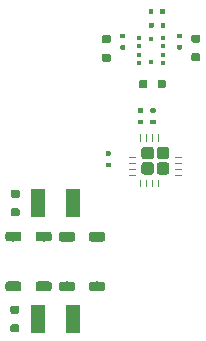
<source format=gbp>
G04 #@! TF.GenerationSoftware,KiCad,Pcbnew,5.1.2-f72e74a~84~ubuntu18.04.1*
G04 #@! TF.CreationDate,2019-06-03T11:10:06+01:00*
G04 #@! TF.ProjectId,HealthMonitor,4865616c-7468-44d6-9f6e-69746f722e6b,rev?*
G04 #@! TF.SameCoordinates,Original*
G04 #@! TF.FileFunction,Paste,Bot*
G04 #@! TF.FilePolarity,Positive*
%FSLAX46Y46*%
G04 Gerber Fmt 4.6, Leading zero omitted, Abs format (unit mm)*
G04 Created by KiCad (PCBNEW 5.1.2-f72e74a~84~ubuntu18.04.1) date 2019-06-03 11:10:06*
%MOMM*%
%LPD*%
G04 APERTURE LIST*
%ADD10C,0.100000*%
%ADD11C,1.050000*%
%ADD12C,0.050000*%
%ADD13C,0.800000*%
%ADD14C,0.390000*%
%ADD15C,0.675000*%
%ADD16R,0.430000X0.300000*%
%ADD17R,0.300000X0.430000*%
%ADD18R,1.300000X2.400000*%
G04 APERTURE END LIST*
D10*
G36*
X114524506Y-114440123D02*
G01*
X114548774Y-114443723D01*
X114572573Y-114449684D01*
X114595672Y-114457949D01*
X114617851Y-114468439D01*
X114638894Y-114481051D01*
X114658600Y-114495666D01*
X114676778Y-114512142D01*
X114693254Y-114530320D01*
X114707869Y-114550026D01*
X114720481Y-114571069D01*
X114730971Y-114593248D01*
X114739236Y-114616347D01*
X114745197Y-114640146D01*
X114748797Y-114664414D01*
X114750001Y-114688918D01*
X114750001Y-115238920D01*
X114748797Y-115263424D01*
X114745197Y-115287692D01*
X114739236Y-115311491D01*
X114730971Y-115334590D01*
X114720481Y-115356769D01*
X114707869Y-115377812D01*
X114693254Y-115397518D01*
X114676778Y-115415696D01*
X114658600Y-115432172D01*
X114638894Y-115446787D01*
X114617851Y-115459399D01*
X114595672Y-115469889D01*
X114572573Y-115478154D01*
X114548774Y-115484115D01*
X114524506Y-115487715D01*
X114500002Y-115488919D01*
X113950000Y-115488919D01*
X113925496Y-115487715D01*
X113901228Y-115484115D01*
X113877429Y-115478154D01*
X113854330Y-115469889D01*
X113832151Y-115459399D01*
X113811108Y-115446787D01*
X113791402Y-115432172D01*
X113773224Y-115415696D01*
X113756748Y-115397518D01*
X113742133Y-115377812D01*
X113729521Y-115356769D01*
X113719031Y-115334590D01*
X113710766Y-115311491D01*
X113704805Y-115287692D01*
X113701205Y-115263424D01*
X113700001Y-115238920D01*
X113700001Y-114688918D01*
X113701205Y-114664414D01*
X113704805Y-114640146D01*
X113710766Y-114616347D01*
X113719031Y-114593248D01*
X113729521Y-114571069D01*
X113742133Y-114550026D01*
X113756748Y-114530320D01*
X113773224Y-114512142D01*
X113791402Y-114495666D01*
X113811108Y-114481051D01*
X113832151Y-114468439D01*
X113854330Y-114457949D01*
X113877429Y-114449684D01*
X113901228Y-114443723D01*
X113925496Y-114440123D01*
X113950000Y-114438919D01*
X114500002Y-114438919D01*
X114524506Y-114440123D01*
X114524506Y-114440123D01*
G37*
D11*
X114225001Y-114963919D03*
D10*
G36*
X114524506Y-113140123D02*
G01*
X114548774Y-113143723D01*
X114572573Y-113149684D01*
X114595672Y-113157949D01*
X114617851Y-113168439D01*
X114638894Y-113181051D01*
X114658600Y-113195666D01*
X114676778Y-113212142D01*
X114693254Y-113230320D01*
X114707869Y-113250026D01*
X114720481Y-113271069D01*
X114730971Y-113293248D01*
X114739236Y-113316347D01*
X114745197Y-113340146D01*
X114748797Y-113364414D01*
X114750001Y-113388918D01*
X114750001Y-113938920D01*
X114748797Y-113963424D01*
X114745197Y-113987692D01*
X114739236Y-114011491D01*
X114730971Y-114034590D01*
X114720481Y-114056769D01*
X114707869Y-114077812D01*
X114693254Y-114097518D01*
X114676778Y-114115696D01*
X114658600Y-114132172D01*
X114638894Y-114146787D01*
X114617851Y-114159399D01*
X114595672Y-114169889D01*
X114572573Y-114178154D01*
X114548774Y-114184115D01*
X114524506Y-114187715D01*
X114500002Y-114188919D01*
X113950000Y-114188919D01*
X113925496Y-114187715D01*
X113901228Y-114184115D01*
X113877429Y-114178154D01*
X113854330Y-114169889D01*
X113832151Y-114159399D01*
X113811108Y-114146787D01*
X113791402Y-114132172D01*
X113773224Y-114115696D01*
X113756748Y-114097518D01*
X113742133Y-114077812D01*
X113729521Y-114056769D01*
X113719031Y-114034590D01*
X113710766Y-114011491D01*
X113704805Y-113987692D01*
X113701205Y-113963424D01*
X113700001Y-113938920D01*
X113700001Y-113388918D01*
X113701205Y-113364414D01*
X113704805Y-113340146D01*
X113710766Y-113316347D01*
X113719031Y-113293248D01*
X113729521Y-113271069D01*
X113742133Y-113250026D01*
X113756748Y-113230320D01*
X113773224Y-113212142D01*
X113791402Y-113195666D01*
X113811108Y-113181051D01*
X113832151Y-113168439D01*
X113854330Y-113157949D01*
X113877429Y-113149684D01*
X113901228Y-113143723D01*
X113925496Y-113140123D01*
X113950000Y-113138919D01*
X114500002Y-113138919D01*
X114524506Y-113140123D01*
X114524506Y-113140123D01*
G37*
D11*
X114225001Y-113663919D03*
D10*
G36*
X115824506Y-114440123D02*
G01*
X115848774Y-114443723D01*
X115872573Y-114449684D01*
X115895672Y-114457949D01*
X115917851Y-114468439D01*
X115938894Y-114481051D01*
X115958600Y-114495666D01*
X115976778Y-114512142D01*
X115993254Y-114530320D01*
X116007869Y-114550026D01*
X116020481Y-114571069D01*
X116030971Y-114593248D01*
X116039236Y-114616347D01*
X116045197Y-114640146D01*
X116048797Y-114664414D01*
X116050001Y-114688918D01*
X116050001Y-115238920D01*
X116048797Y-115263424D01*
X116045197Y-115287692D01*
X116039236Y-115311491D01*
X116030971Y-115334590D01*
X116020481Y-115356769D01*
X116007869Y-115377812D01*
X115993254Y-115397518D01*
X115976778Y-115415696D01*
X115958600Y-115432172D01*
X115938894Y-115446787D01*
X115917851Y-115459399D01*
X115895672Y-115469889D01*
X115872573Y-115478154D01*
X115848774Y-115484115D01*
X115824506Y-115487715D01*
X115800002Y-115488919D01*
X115250000Y-115488919D01*
X115225496Y-115487715D01*
X115201228Y-115484115D01*
X115177429Y-115478154D01*
X115154330Y-115469889D01*
X115132151Y-115459399D01*
X115111108Y-115446787D01*
X115091402Y-115432172D01*
X115073224Y-115415696D01*
X115056748Y-115397518D01*
X115042133Y-115377812D01*
X115029521Y-115356769D01*
X115019031Y-115334590D01*
X115010766Y-115311491D01*
X115004805Y-115287692D01*
X115001205Y-115263424D01*
X115000001Y-115238920D01*
X115000001Y-114688918D01*
X115001205Y-114664414D01*
X115004805Y-114640146D01*
X115010766Y-114616347D01*
X115019031Y-114593248D01*
X115029521Y-114571069D01*
X115042133Y-114550026D01*
X115056748Y-114530320D01*
X115073224Y-114512142D01*
X115091402Y-114495666D01*
X115111108Y-114481051D01*
X115132151Y-114468439D01*
X115154330Y-114457949D01*
X115177429Y-114449684D01*
X115201228Y-114443723D01*
X115225496Y-114440123D01*
X115250000Y-114438919D01*
X115800002Y-114438919D01*
X115824506Y-114440123D01*
X115824506Y-114440123D01*
G37*
D11*
X115525001Y-114963919D03*
D10*
G36*
X115824506Y-113140123D02*
G01*
X115848774Y-113143723D01*
X115872573Y-113149684D01*
X115895672Y-113157949D01*
X115917851Y-113168439D01*
X115938894Y-113181051D01*
X115958600Y-113195666D01*
X115976778Y-113212142D01*
X115993254Y-113230320D01*
X116007869Y-113250026D01*
X116020481Y-113271069D01*
X116030971Y-113293248D01*
X116039236Y-113316347D01*
X116045197Y-113340146D01*
X116048797Y-113364414D01*
X116050001Y-113388918D01*
X116050001Y-113938920D01*
X116048797Y-113963424D01*
X116045197Y-113987692D01*
X116039236Y-114011491D01*
X116030971Y-114034590D01*
X116020481Y-114056769D01*
X116007869Y-114077812D01*
X115993254Y-114097518D01*
X115976778Y-114115696D01*
X115958600Y-114132172D01*
X115938894Y-114146787D01*
X115917851Y-114159399D01*
X115895672Y-114169889D01*
X115872573Y-114178154D01*
X115848774Y-114184115D01*
X115824506Y-114187715D01*
X115800002Y-114188919D01*
X115250000Y-114188919D01*
X115225496Y-114187715D01*
X115201228Y-114184115D01*
X115177429Y-114178154D01*
X115154330Y-114169889D01*
X115132151Y-114159399D01*
X115111108Y-114146787D01*
X115091402Y-114132172D01*
X115073224Y-114115696D01*
X115056748Y-114097518D01*
X115042133Y-114077812D01*
X115029521Y-114056769D01*
X115019031Y-114034590D01*
X115010766Y-114011491D01*
X115004805Y-113987692D01*
X115001205Y-113963424D01*
X115000001Y-113938920D01*
X115000001Y-113388918D01*
X115001205Y-113364414D01*
X115004805Y-113340146D01*
X115010766Y-113316347D01*
X115019031Y-113293248D01*
X115029521Y-113271069D01*
X115042133Y-113250026D01*
X115056748Y-113230320D01*
X115073224Y-113212142D01*
X115091402Y-113195666D01*
X115111108Y-113181051D01*
X115132151Y-113168439D01*
X115154330Y-113157949D01*
X115177429Y-113149684D01*
X115201228Y-113143723D01*
X115225496Y-113140123D01*
X115250000Y-113138919D01*
X115800002Y-113138919D01*
X115824506Y-113140123D01*
X115824506Y-113140123D01*
G37*
D11*
X115525001Y-113663919D03*
D10*
G36*
X113238726Y-115538979D02*
G01*
X113239940Y-115539159D01*
X113241130Y-115539457D01*
X113242285Y-115539871D01*
X113243393Y-115540395D01*
X113244446Y-115541026D01*
X113245431Y-115541756D01*
X113246340Y-115542580D01*
X113247164Y-115543489D01*
X113247894Y-115544474D01*
X113248525Y-115545527D01*
X113249049Y-115546635D01*
X113249463Y-115547790D01*
X113249761Y-115548980D01*
X113249941Y-115550194D01*
X113250001Y-115551419D01*
X113250001Y-115576419D01*
X113249941Y-115577644D01*
X113249761Y-115578858D01*
X113249463Y-115580048D01*
X113249049Y-115581203D01*
X113248525Y-115582311D01*
X113247894Y-115583364D01*
X113247164Y-115584349D01*
X113246340Y-115585258D01*
X113245431Y-115586082D01*
X113244446Y-115586812D01*
X113243393Y-115587443D01*
X113242285Y-115587967D01*
X113241130Y-115588381D01*
X113239940Y-115588679D01*
X113238726Y-115588859D01*
X113237501Y-115588919D01*
X112637501Y-115588919D01*
X112636276Y-115588859D01*
X112635062Y-115588679D01*
X112633872Y-115588381D01*
X112632717Y-115587967D01*
X112631609Y-115587443D01*
X112630556Y-115586812D01*
X112629571Y-115586082D01*
X112628662Y-115585258D01*
X112627838Y-115584349D01*
X112627108Y-115583364D01*
X112626477Y-115582311D01*
X112625953Y-115581203D01*
X112625539Y-115580048D01*
X112625241Y-115578858D01*
X112625061Y-115577644D01*
X112625001Y-115576419D01*
X112625001Y-115551419D01*
X112625061Y-115550194D01*
X112625241Y-115548980D01*
X112625539Y-115547790D01*
X112625953Y-115546635D01*
X112626477Y-115545527D01*
X112627108Y-115544474D01*
X112627838Y-115543489D01*
X112628662Y-115542580D01*
X112629571Y-115541756D01*
X112630556Y-115541026D01*
X112631609Y-115540395D01*
X112632717Y-115539871D01*
X112633872Y-115539457D01*
X112635062Y-115539159D01*
X112636276Y-115538979D01*
X112637501Y-115538919D01*
X113237501Y-115538919D01*
X113238726Y-115538979D01*
X113238726Y-115538979D01*
G37*
D12*
X112937501Y-115563919D03*
D10*
G36*
X113238726Y-115038979D02*
G01*
X113239940Y-115039159D01*
X113241130Y-115039457D01*
X113242285Y-115039871D01*
X113243393Y-115040395D01*
X113244446Y-115041026D01*
X113245431Y-115041756D01*
X113246340Y-115042580D01*
X113247164Y-115043489D01*
X113247894Y-115044474D01*
X113248525Y-115045527D01*
X113249049Y-115046635D01*
X113249463Y-115047790D01*
X113249761Y-115048980D01*
X113249941Y-115050194D01*
X113250001Y-115051419D01*
X113250001Y-115076419D01*
X113249941Y-115077644D01*
X113249761Y-115078858D01*
X113249463Y-115080048D01*
X113249049Y-115081203D01*
X113248525Y-115082311D01*
X113247894Y-115083364D01*
X113247164Y-115084349D01*
X113246340Y-115085258D01*
X113245431Y-115086082D01*
X113244446Y-115086812D01*
X113243393Y-115087443D01*
X113242285Y-115087967D01*
X113241130Y-115088381D01*
X113239940Y-115088679D01*
X113238726Y-115088859D01*
X113237501Y-115088919D01*
X112637501Y-115088919D01*
X112636276Y-115088859D01*
X112635062Y-115088679D01*
X112633872Y-115088381D01*
X112632717Y-115087967D01*
X112631609Y-115087443D01*
X112630556Y-115086812D01*
X112629571Y-115086082D01*
X112628662Y-115085258D01*
X112627838Y-115084349D01*
X112627108Y-115083364D01*
X112626477Y-115082311D01*
X112625953Y-115081203D01*
X112625539Y-115080048D01*
X112625241Y-115078858D01*
X112625061Y-115077644D01*
X112625001Y-115076419D01*
X112625001Y-115051419D01*
X112625061Y-115050194D01*
X112625241Y-115048980D01*
X112625539Y-115047790D01*
X112625953Y-115046635D01*
X112626477Y-115045527D01*
X112627108Y-115044474D01*
X112627838Y-115043489D01*
X112628662Y-115042580D01*
X112629571Y-115041756D01*
X112630556Y-115041026D01*
X112631609Y-115040395D01*
X112632717Y-115039871D01*
X112633872Y-115039457D01*
X112635062Y-115039159D01*
X112636276Y-115038979D01*
X112637501Y-115038919D01*
X113237501Y-115038919D01*
X113238726Y-115038979D01*
X113238726Y-115038979D01*
G37*
D12*
X112937501Y-115063919D03*
D10*
G36*
X113238726Y-114538979D02*
G01*
X113239940Y-114539159D01*
X113241130Y-114539457D01*
X113242285Y-114539871D01*
X113243393Y-114540395D01*
X113244446Y-114541026D01*
X113245431Y-114541756D01*
X113246340Y-114542580D01*
X113247164Y-114543489D01*
X113247894Y-114544474D01*
X113248525Y-114545527D01*
X113249049Y-114546635D01*
X113249463Y-114547790D01*
X113249761Y-114548980D01*
X113249941Y-114550194D01*
X113250001Y-114551419D01*
X113250001Y-114576419D01*
X113249941Y-114577644D01*
X113249761Y-114578858D01*
X113249463Y-114580048D01*
X113249049Y-114581203D01*
X113248525Y-114582311D01*
X113247894Y-114583364D01*
X113247164Y-114584349D01*
X113246340Y-114585258D01*
X113245431Y-114586082D01*
X113244446Y-114586812D01*
X113243393Y-114587443D01*
X113242285Y-114587967D01*
X113241130Y-114588381D01*
X113239940Y-114588679D01*
X113238726Y-114588859D01*
X113237501Y-114588919D01*
X112637501Y-114588919D01*
X112636276Y-114588859D01*
X112635062Y-114588679D01*
X112633872Y-114588381D01*
X112632717Y-114587967D01*
X112631609Y-114587443D01*
X112630556Y-114586812D01*
X112629571Y-114586082D01*
X112628662Y-114585258D01*
X112627838Y-114584349D01*
X112627108Y-114583364D01*
X112626477Y-114582311D01*
X112625953Y-114581203D01*
X112625539Y-114580048D01*
X112625241Y-114578858D01*
X112625061Y-114577644D01*
X112625001Y-114576419D01*
X112625001Y-114551419D01*
X112625061Y-114550194D01*
X112625241Y-114548980D01*
X112625539Y-114547790D01*
X112625953Y-114546635D01*
X112626477Y-114545527D01*
X112627108Y-114544474D01*
X112627838Y-114543489D01*
X112628662Y-114542580D01*
X112629571Y-114541756D01*
X112630556Y-114541026D01*
X112631609Y-114540395D01*
X112632717Y-114539871D01*
X112633872Y-114539457D01*
X112635062Y-114539159D01*
X112636276Y-114538979D01*
X112637501Y-114538919D01*
X113237501Y-114538919D01*
X113238726Y-114538979D01*
X113238726Y-114538979D01*
G37*
D12*
X112937501Y-114563919D03*
D10*
G36*
X113238726Y-114038979D02*
G01*
X113239940Y-114039159D01*
X113241130Y-114039457D01*
X113242285Y-114039871D01*
X113243393Y-114040395D01*
X113244446Y-114041026D01*
X113245431Y-114041756D01*
X113246340Y-114042580D01*
X113247164Y-114043489D01*
X113247894Y-114044474D01*
X113248525Y-114045527D01*
X113249049Y-114046635D01*
X113249463Y-114047790D01*
X113249761Y-114048980D01*
X113249941Y-114050194D01*
X113250001Y-114051419D01*
X113250001Y-114076419D01*
X113249941Y-114077644D01*
X113249761Y-114078858D01*
X113249463Y-114080048D01*
X113249049Y-114081203D01*
X113248525Y-114082311D01*
X113247894Y-114083364D01*
X113247164Y-114084349D01*
X113246340Y-114085258D01*
X113245431Y-114086082D01*
X113244446Y-114086812D01*
X113243393Y-114087443D01*
X113242285Y-114087967D01*
X113241130Y-114088381D01*
X113239940Y-114088679D01*
X113238726Y-114088859D01*
X113237501Y-114088919D01*
X112637501Y-114088919D01*
X112636276Y-114088859D01*
X112635062Y-114088679D01*
X112633872Y-114088381D01*
X112632717Y-114087967D01*
X112631609Y-114087443D01*
X112630556Y-114086812D01*
X112629571Y-114086082D01*
X112628662Y-114085258D01*
X112627838Y-114084349D01*
X112627108Y-114083364D01*
X112626477Y-114082311D01*
X112625953Y-114081203D01*
X112625539Y-114080048D01*
X112625241Y-114078858D01*
X112625061Y-114077644D01*
X112625001Y-114076419D01*
X112625001Y-114051419D01*
X112625061Y-114050194D01*
X112625241Y-114048980D01*
X112625539Y-114047790D01*
X112625953Y-114046635D01*
X112626477Y-114045527D01*
X112627108Y-114044474D01*
X112627838Y-114043489D01*
X112628662Y-114042580D01*
X112629571Y-114041756D01*
X112630556Y-114041026D01*
X112631609Y-114040395D01*
X112632717Y-114039871D01*
X112633872Y-114039457D01*
X112635062Y-114039159D01*
X112636276Y-114038979D01*
X112637501Y-114038919D01*
X113237501Y-114038919D01*
X113238726Y-114038979D01*
X113238726Y-114038979D01*
G37*
D12*
X112937501Y-114063919D03*
D10*
G36*
X113238726Y-113538979D02*
G01*
X113239940Y-113539159D01*
X113241130Y-113539457D01*
X113242285Y-113539871D01*
X113243393Y-113540395D01*
X113244446Y-113541026D01*
X113245431Y-113541756D01*
X113246340Y-113542580D01*
X113247164Y-113543489D01*
X113247894Y-113544474D01*
X113248525Y-113545527D01*
X113249049Y-113546635D01*
X113249463Y-113547790D01*
X113249761Y-113548980D01*
X113249941Y-113550194D01*
X113250001Y-113551419D01*
X113250001Y-113576419D01*
X113249941Y-113577644D01*
X113249761Y-113578858D01*
X113249463Y-113580048D01*
X113249049Y-113581203D01*
X113248525Y-113582311D01*
X113247894Y-113583364D01*
X113247164Y-113584349D01*
X113246340Y-113585258D01*
X113245431Y-113586082D01*
X113244446Y-113586812D01*
X113243393Y-113587443D01*
X113242285Y-113587967D01*
X113241130Y-113588381D01*
X113239940Y-113588679D01*
X113238726Y-113588859D01*
X113237501Y-113588919D01*
X112637501Y-113588919D01*
X112636276Y-113588859D01*
X112635062Y-113588679D01*
X112633872Y-113588381D01*
X112632717Y-113587967D01*
X112631609Y-113587443D01*
X112630556Y-113586812D01*
X112629571Y-113586082D01*
X112628662Y-113585258D01*
X112627838Y-113584349D01*
X112627108Y-113583364D01*
X112626477Y-113582311D01*
X112625953Y-113581203D01*
X112625539Y-113580048D01*
X112625241Y-113578858D01*
X112625061Y-113577644D01*
X112625001Y-113576419D01*
X112625001Y-113551419D01*
X112625061Y-113550194D01*
X112625241Y-113548980D01*
X112625539Y-113547790D01*
X112625953Y-113546635D01*
X112626477Y-113545527D01*
X112627108Y-113544474D01*
X112627838Y-113543489D01*
X112628662Y-113542580D01*
X112629571Y-113541756D01*
X112630556Y-113541026D01*
X112631609Y-113540395D01*
X112632717Y-113539871D01*
X112633872Y-113539457D01*
X112635062Y-113539159D01*
X112636276Y-113538979D01*
X112637501Y-113538919D01*
X113237501Y-113538919D01*
X113238726Y-113538979D01*
X113238726Y-113538979D01*
G37*
D12*
X112937501Y-113563919D03*
D10*
G36*
X113238726Y-113038979D02*
G01*
X113239940Y-113039159D01*
X113241130Y-113039457D01*
X113242285Y-113039871D01*
X113243393Y-113040395D01*
X113244446Y-113041026D01*
X113245431Y-113041756D01*
X113246340Y-113042580D01*
X113247164Y-113043489D01*
X113247894Y-113044474D01*
X113248525Y-113045527D01*
X113249049Y-113046635D01*
X113249463Y-113047790D01*
X113249761Y-113048980D01*
X113249941Y-113050194D01*
X113250001Y-113051419D01*
X113250001Y-113076419D01*
X113249941Y-113077644D01*
X113249761Y-113078858D01*
X113249463Y-113080048D01*
X113249049Y-113081203D01*
X113248525Y-113082311D01*
X113247894Y-113083364D01*
X113247164Y-113084349D01*
X113246340Y-113085258D01*
X113245431Y-113086082D01*
X113244446Y-113086812D01*
X113243393Y-113087443D01*
X113242285Y-113087967D01*
X113241130Y-113088381D01*
X113239940Y-113088679D01*
X113238726Y-113088859D01*
X113237501Y-113088919D01*
X112637501Y-113088919D01*
X112636276Y-113088859D01*
X112635062Y-113088679D01*
X112633872Y-113088381D01*
X112632717Y-113087967D01*
X112631609Y-113087443D01*
X112630556Y-113086812D01*
X112629571Y-113086082D01*
X112628662Y-113085258D01*
X112627838Y-113084349D01*
X112627108Y-113083364D01*
X112626477Y-113082311D01*
X112625953Y-113081203D01*
X112625539Y-113080048D01*
X112625241Y-113078858D01*
X112625061Y-113077644D01*
X112625001Y-113076419D01*
X112625001Y-113051419D01*
X112625061Y-113050194D01*
X112625241Y-113048980D01*
X112625539Y-113047790D01*
X112625953Y-113046635D01*
X112626477Y-113045527D01*
X112627108Y-113044474D01*
X112627838Y-113043489D01*
X112628662Y-113042580D01*
X112629571Y-113041756D01*
X112630556Y-113041026D01*
X112631609Y-113040395D01*
X112632717Y-113039871D01*
X112633872Y-113039457D01*
X112635062Y-113039159D01*
X112636276Y-113038979D01*
X112637501Y-113038919D01*
X113237501Y-113038919D01*
X113238726Y-113038979D01*
X113238726Y-113038979D01*
G37*
D12*
X112937501Y-113063919D03*
D10*
G36*
X113638726Y-112063979D02*
G01*
X113639940Y-112064159D01*
X113641130Y-112064457D01*
X113642285Y-112064871D01*
X113643393Y-112065395D01*
X113644446Y-112066026D01*
X113645431Y-112066756D01*
X113646340Y-112067580D01*
X113647164Y-112068489D01*
X113647894Y-112069474D01*
X113648525Y-112070527D01*
X113649049Y-112071635D01*
X113649463Y-112072790D01*
X113649761Y-112073980D01*
X113649941Y-112075194D01*
X113650001Y-112076419D01*
X113650001Y-112676419D01*
X113649941Y-112677644D01*
X113649761Y-112678858D01*
X113649463Y-112680048D01*
X113649049Y-112681203D01*
X113648525Y-112682311D01*
X113647894Y-112683364D01*
X113647164Y-112684349D01*
X113646340Y-112685258D01*
X113645431Y-112686082D01*
X113644446Y-112686812D01*
X113643393Y-112687443D01*
X113642285Y-112687967D01*
X113641130Y-112688381D01*
X113639940Y-112688679D01*
X113638726Y-112688859D01*
X113637501Y-112688919D01*
X113612501Y-112688919D01*
X113611276Y-112688859D01*
X113610062Y-112688679D01*
X113608872Y-112688381D01*
X113607717Y-112687967D01*
X113606609Y-112687443D01*
X113605556Y-112686812D01*
X113604571Y-112686082D01*
X113603662Y-112685258D01*
X113602838Y-112684349D01*
X113602108Y-112683364D01*
X113601477Y-112682311D01*
X113600953Y-112681203D01*
X113600539Y-112680048D01*
X113600241Y-112678858D01*
X113600061Y-112677644D01*
X113600001Y-112676419D01*
X113600001Y-112076419D01*
X113600061Y-112075194D01*
X113600241Y-112073980D01*
X113600539Y-112072790D01*
X113600953Y-112071635D01*
X113601477Y-112070527D01*
X113602108Y-112069474D01*
X113602838Y-112068489D01*
X113603662Y-112067580D01*
X113604571Y-112066756D01*
X113605556Y-112066026D01*
X113606609Y-112065395D01*
X113607717Y-112064871D01*
X113608872Y-112064457D01*
X113610062Y-112064159D01*
X113611276Y-112063979D01*
X113612501Y-112063919D01*
X113637501Y-112063919D01*
X113638726Y-112063979D01*
X113638726Y-112063979D01*
G37*
D12*
X113625001Y-112376419D03*
D10*
G36*
X114138726Y-112063979D02*
G01*
X114139940Y-112064159D01*
X114141130Y-112064457D01*
X114142285Y-112064871D01*
X114143393Y-112065395D01*
X114144446Y-112066026D01*
X114145431Y-112066756D01*
X114146340Y-112067580D01*
X114147164Y-112068489D01*
X114147894Y-112069474D01*
X114148525Y-112070527D01*
X114149049Y-112071635D01*
X114149463Y-112072790D01*
X114149761Y-112073980D01*
X114149941Y-112075194D01*
X114150001Y-112076419D01*
X114150001Y-112676419D01*
X114149941Y-112677644D01*
X114149761Y-112678858D01*
X114149463Y-112680048D01*
X114149049Y-112681203D01*
X114148525Y-112682311D01*
X114147894Y-112683364D01*
X114147164Y-112684349D01*
X114146340Y-112685258D01*
X114145431Y-112686082D01*
X114144446Y-112686812D01*
X114143393Y-112687443D01*
X114142285Y-112687967D01*
X114141130Y-112688381D01*
X114139940Y-112688679D01*
X114138726Y-112688859D01*
X114137501Y-112688919D01*
X114112501Y-112688919D01*
X114111276Y-112688859D01*
X114110062Y-112688679D01*
X114108872Y-112688381D01*
X114107717Y-112687967D01*
X114106609Y-112687443D01*
X114105556Y-112686812D01*
X114104571Y-112686082D01*
X114103662Y-112685258D01*
X114102838Y-112684349D01*
X114102108Y-112683364D01*
X114101477Y-112682311D01*
X114100953Y-112681203D01*
X114100539Y-112680048D01*
X114100241Y-112678858D01*
X114100061Y-112677644D01*
X114100001Y-112676419D01*
X114100001Y-112076419D01*
X114100061Y-112075194D01*
X114100241Y-112073980D01*
X114100539Y-112072790D01*
X114100953Y-112071635D01*
X114101477Y-112070527D01*
X114102108Y-112069474D01*
X114102838Y-112068489D01*
X114103662Y-112067580D01*
X114104571Y-112066756D01*
X114105556Y-112066026D01*
X114106609Y-112065395D01*
X114107717Y-112064871D01*
X114108872Y-112064457D01*
X114110062Y-112064159D01*
X114111276Y-112063979D01*
X114112501Y-112063919D01*
X114137501Y-112063919D01*
X114138726Y-112063979D01*
X114138726Y-112063979D01*
G37*
D12*
X114125001Y-112376419D03*
D10*
G36*
X114638726Y-112063979D02*
G01*
X114639940Y-112064159D01*
X114641130Y-112064457D01*
X114642285Y-112064871D01*
X114643393Y-112065395D01*
X114644446Y-112066026D01*
X114645431Y-112066756D01*
X114646340Y-112067580D01*
X114647164Y-112068489D01*
X114647894Y-112069474D01*
X114648525Y-112070527D01*
X114649049Y-112071635D01*
X114649463Y-112072790D01*
X114649761Y-112073980D01*
X114649941Y-112075194D01*
X114650001Y-112076419D01*
X114650001Y-112676419D01*
X114649941Y-112677644D01*
X114649761Y-112678858D01*
X114649463Y-112680048D01*
X114649049Y-112681203D01*
X114648525Y-112682311D01*
X114647894Y-112683364D01*
X114647164Y-112684349D01*
X114646340Y-112685258D01*
X114645431Y-112686082D01*
X114644446Y-112686812D01*
X114643393Y-112687443D01*
X114642285Y-112687967D01*
X114641130Y-112688381D01*
X114639940Y-112688679D01*
X114638726Y-112688859D01*
X114637501Y-112688919D01*
X114612501Y-112688919D01*
X114611276Y-112688859D01*
X114610062Y-112688679D01*
X114608872Y-112688381D01*
X114607717Y-112687967D01*
X114606609Y-112687443D01*
X114605556Y-112686812D01*
X114604571Y-112686082D01*
X114603662Y-112685258D01*
X114602838Y-112684349D01*
X114602108Y-112683364D01*
X114601477Y-112682311D01*
X114600953Y-112681203D01*
X114600539Y-112680048D01*
X114600241Y-112678858D01*
X114600061Y-112677644D01*
X114600001Y-112676419D01*
X114600001Y-112076419D01*
X114600061Y-112075194D01*
X114600241Y-112073980D01*
X114600539Y-112072790D01*
X114600953Y-112071635D01*
X114601477Y-112070527D01*
X114602108Y-112069474D01*
X114602838Y-112068489D01*
X114603662Y-112067580D01*
X114604571Y-112066756D01*
X114605556Y-112066026D01*
X114606609Y-112065395D01*
X114607717Y-112064871D01*
X114608872Y-112064457D01*
X114610062Y-112064159D01*
X114611276Y-112063979D01*
X114612501Y-112063919D01*
X114637501Y-112063919D01*
X114638726Y-112063979D01*
X114638726Y-112063979D01*
G37*
D12*
X114625001Y-112376419D03*
D10*
G36*
X115138726Y-112063979D02*
G01*
X115139940Y-112064159D01*
X115141130Y-112064457D01*
X115142285Y-112064871D01*
X115143393Y-112065395D01*
X115144446Y-112066026D01*
X115145431Y-112066756D01*
X115146340Y-112067580D01*
X115147164Y-112068489D01*
X115147894Y-112069474D01*
X115148525Y-112070527D01*
X115149049Y-112071635D01*
X115149463Y-112072790D01*
X115149761Y-112073980D01*
X115149941Y-112075194D01*
X115150001Y-112076419D01*
X115150001Y-112676419D01*
X115149941Y-112677644D01*
X115149761Y-112678858D01*
X115149463Y-112680048D01*
X115149049Y-112681203D01*
X115148525Y-112682311D01*
X115147894Y-112683364D01*
X115147164Y-112684349D01*
X115146340Y-112685258D01*
X115145431Y-112686082D01*
X115144446Y-112686812D01*
X115143393Y-112687443D01*
X115142285Y-112687967D01*
X115141130Y-112688381D01*
X115139940Y-112688679D01*
X115138726Y-112688859D01*
X115137501Y-112688919D01*
X115112501Y-112688919D01*
X115111276Y-112688859D01*
X115110062Y-112688679D01*
X115108872Y-112688381D01*
X115107717Y-112687967D01*
X115106609Y-112687443D01*
X115105556Y-112686812D01*
X115104571Y-112686082D01*
X115103662Y-112685258D01*
X115102838Y-112684349D01*
X115102108Y-112683364D01*
X115101477Y-112682311D01*
X115100953Y-112681203D01*
X115100539Y-112680048D01*
X115100241Y-112678858D01*
X115100061Y-112677644D01*
X115100001Y-112676419D01*
X115100001Y-112076419D01*
X115100061Y-112075194D01*
X115100241Y-112073980D01*
X115100539Y-112072790D01*
X115100953Y-112071635D01*
X115101477Y-112070527D01*
X115102108Y-112069474D01*
X115102838Y-112068489D01*
X115103662Y-112067580D01*
X115104571Y-112066756D01*
X115105556Y-112066026D01*
X115106609Y-112065395D01*
X115107717Y-112064871D01*
X115108872Y-112064457D01*
X115110062Y-112064159D01*
X115111276Y-112063979D01*
X115112501Y-112063919D01*
X115137501Y-112063919D01*
X115138726Y-112063979D01*
X115138726Y-112063979D01*
G37*
D12*
X115125001Y-112376419D03*
D10*
G36*
X115638726Y-112063979D02*
G01*
X115639940Y-112064159D01*
X115641130Y-112064457D01*
X115642285Y-112064871D01*
X115643393Y-112065395D01*
X115644446Y-112066026D01*
X115645431Y-112066756D01*
X115646340Y-112067580D01*
X115647164Y-112068489D01*
X115647894Y-112069474D01*
X115648525Y-112070527D01*
X115649049Y-112071635D01*
X115649463Y-112072790D01*
X115649761Y-112073980D01*
X115649941Y-112075194D01*
X115650001Y-112076419D01*
X115650001Y-112676419D01*
X115649941Y-112677644D01*
X115649761Y-112678858D01*
X115649463Y-112680048D01*
X115649049Y-112681203D01*
X115648525Y-112682311D01*
X115647894Y-112683364D01*
X115647164Y-112684349D01*
X115646340Y-112685258D01*
X115645431Y-112686082D01*
X115644446Y-112686812D01*
X115643393Y-112687443D01*
X115642285Y-112687967D01*
X115641130Y-112688381D01*
X115639940Y-112688679D01*
X115638726Y-112688859D01*
X115637501Y-112688919D01*
X115612501Y-112688919D01*
X115611276Y-112688859D01*
X115610062Y-112688679D01*
X115608872Y-112688381D01*
X115607717Y-112687967D01*
X115606609Y-112687443D01*
X115605556Y-112686812D01*
X115604571Y-112686082D01*
X115603662Y-112685258D01*
X115602838Y-112684349D01*
X115602108Y-112683364D01*
X115601477Y-112682311D01*
X115600953Y-112681203D01*
X115600539Y-112680048D01*
X115600241Y-112678858D01*
X115600061Y-112677644D01*
X115600001Y-112676419D01*
X115600001Y-112076419D01*
X115600061Y-112075194D01*
X115600241Y-112073980D01*
X115600539Y-112072790D01*
X115600953Y-112071635D01*
X115601477Y-112070527D01*
X115602108Y-112069474D01*
X115602838Y-112068489D01*
X115603662Y-112067580D01*
X115604571Y-112066756D01*
X115605556Y-112066026D01*
X115606609Y-112065395D01*
X115607717Y-112064871D01*
X115608872Y-112064457D01*
X115610062Y-112064159D01*
X115611276Y-112063979D01*
X115612501Y-112063919D01*
X115637501Y-112063919D01*
X115638726Y-112063979D01*
X115638726Y-112063979D01*
G37*
D12*
X115625001Y-112376419D03*
D10*
G36*
X116138726Y-112063979D02*
G01*
X116139940Y-112064159D01*
X116141130Y-112064457D01*
X116142285Y-112064871D01*
X116143393Y-112065395D01*
X116144446Y-112066026D01*
X116145431Y-112066756D01*
X116146340Y-112067580D01*
X116147164Y-112068489D01*
X116147894Y-112069474D01*
X116148525Y-112070527D01*
X116149049Y-112071635D01*
X116149463Y-112072790D01*
X116149761Y-112073980D01*
X116149941Y-112075194D01*
X116150001Y-112076419D01*
X116150001Y-112676419D01*
X116149941Y-112677644D01*
X116149761Y-112678858D01*
X116149463Y-112680048D01*
X116149049Y-112681203D01*
X116148525Y-112682311D01*
X116147894Y-112683364D01*
X116147164Y-112684349D01*
X116146340Y-112685258D01*
X116145431Y-112686082D01*
X116144446Y-112686812D01*
X116143393Y-112687443D01*
X116142285Y-112687967D01*
X116141130Y-112688381D01*
X116139940Y-112688679D01*
X116138726Y-112688859D01*
X116137501Y-112688919D01*
X116112501Y-112688919D01*
X116111276Y-112688859D01*
X116110062Y-112688679D01*
X116108872Y-112688381D01*
X116107717Y-112687967D01*
X116106609Y-112687443D01*
X116105556Y-112686812D01*
X116104571Y-112686082D01*
X116103662Y-112685258D01*
X116102838Y-112684349D01*
X116102108Y-112683364D01*
X116101477Y-112682311D01*
X116100953Y-112681203D01*
X116100539Y-112680048D01*
X116100241Y-112678858D01*
X116100061Y-112677644D01*
X116100001Y-112676419D01*
X116100001Y-112076419D01*
X116100061Y-112075194D01*
X116100241Y-112073980D01*
X116100539Y-112072790D01*
X116100953Y-112071635D01*
X116101477Y-112070527D01*
X116102108Y-112069474D01*
X116102838Y-112068489D01*
X116103662Y-112067580D01*
X116104571Y-112066756D01*
X116105556Y-112066026D01*
X116106609Y-112065395D01*
X116107717Y-112064871D01*
X116108872Y-112064457D01*
X116110062Y-112064159D01*
X116111276Y-112063979D01*
X116112501Y-112063919D01*
X116137501Y-112063919D01*
X116138726Y-112063979D01*
X116138726Y-112063979D01*
G37*
D12*
X116125001Y-112376419D03*
D10*
G36*
X117113726Y-113038979D02*
G01*
X117114940Y-113039159D01*
X117116130Y-113039457D01*
X117117285Y-113039871D01*
X117118393Y-113040395D01*
X117119446Y-113041026D01*
X117120431Y-113041756D01*
X117121340Y-113042580D01*
X117122164Y-113043489D01*
X117122894Y-113044474D01*
X117123525Y-113045527D01*
X117124049Y-113046635D01*
X117124463Y-113047790D01*
X117124761Y-113048980D01*
X117124941Y-113050194D01*
X117125001Y-113051419D01*
X117125001Y-113076419D01*
X117124941Y-113077644D01*
X117124761Y-113078858D01*
X117124463Y-113080048D01*
X117124049Y-113081203D01*
X117123525Y-113082311D01*
X117122894Y-113083364D01*
X117122164Y-113084349D01*
X117121340Y-113085258D01*
X117120431Y-113086082D01*
X117119446Y-113086812D01*
X117118393Y-113087443D01*
X117117285Y-113087967D01*
X117116130Y-113088381D01*
X117114940Y-113088679D01*
X117113726Y-113088859D01*
X117112501Y-113088919D01*
X116512501Y-113088919D01*
X116511276Y-113088859D01*
X116510062Y-113088679D01*
X116508872Y-113088381D01*
X116507717Y-113087967D01*
X116506609Y-113087443D01*
X116505556Y-113086812D01*
X116504571Y-113086082D01*
X116503662Y-113085258D01*
X116502838Y-113084349D01*
X116502108Y-113083364D01*
X116501477Y-113082311D01*
X116500953Y-113081203D01*
X116500539Y-113080048D01*
X116500241Y-113078858D01*
X116500061Y-113077644D01*
X116500001Y-113076419D01*
X116500001Y-113051419D01*
X116500061Y-113050194D01*
X116500241Y-113048980D01*
X116500539Y-113047790D01*
X116500953Y-113046635D01*
X116501477Y-113045527D01*
X116502108Y-113044474D01*
X116502838Y-113043489D01*
X116503662Y-113042580D01*
X116504571Y-113041756D01*
X116505556Y-113041026D01*
X116506609Y-113040395D01*
X116507717Y-113039871D01*
X116508872Y-113039457D01*
X116510062Y-113039159D01*
X116511276Y-113038979D01*
X116512501Y-113038919D01*
X117112501Y-113038919D01*
X117113726Y-113038979D01*
X117113726Y-113038979D01*
G37*
D12*
X116812501Y-113063919D03*
D10*
G36*
X117113726Y-113538979D02*
G01*
X117114940Y-113539159D01*
X117116130Y-113539457D01*
X117117285Y-113539871D01*
X117118393Y-113540395D01*
X117119446Y-113541026D01*
X117120431Y-113541756D01*
X117121340Y-113542580D01*
X117122164Y-113543489D01*
X117122894Y-113544474D01*
X117123525Y-113545527D01*
X117124049Y-113546635D01*
X117124463Y-113547790D01*
X117124761Y-113548980D01*
X117124941Y-113550194D01*
X117125001Y-113551419D01*
X117125001Y-113576419D01*
X117124941Y-113577644D01*
X117124761Y-113578858D01*
X117124463Y-113580048D01*
X117124049Y-113581203D01*
X117123525Y-113582311D01*
X117122894Y-113583364D01*
X117122164Y-113584349D01*
X117121340Y-113585258D01*
X117120431Y-113586082D01*
X117119446Y-113586812D01*
X117118393Y-113587443D01*
X117117285Y-113587967D01*
X117116130Y-113588381D01*
X117114940Y-113588679D01*
X117113726Y-113588859D01*
X117112501Y-113588919D01*
X116512501Y-113588919D01*
X116511276Y-113588859D01*
X116510062Y-113588679D01*
X116508872Y-113588381D01*
X116507717Y-113587967D01*
X116506609Y-113587443D01*
X116505556Y-113586812D01*
X116504571Y-113586082D01*
X116503662Y-113585258D01*
X116502838Y-113584349D01*
X116502108Y-113583364D01*
X116501477Y-113582311D01*
X116500953Y-113581203D01*
X116500539Y-113580048D01*
X116500241Y-113578858D01*
X116500061Y-113577644D01*
X116500001Y-113576419D01*
X116500001Y-113551419D01*
X116500061Y-113550194D01*
X116500241Y-113548980D01*
X116500539Y-113547790D01*
X116500953Y-113546635D01*
X116501477Y-113545527D01*
X116502108Y-113544474D01*
X116502838Y-113543489D01*
X116503662Y-113542580D01*
X116504571Y-113541756D01*
X116505556Y-113541026D01*
X116506609Y-113540395D01*
X116507717Y-113539871D01*
X116508872Y-113539457D01*
X116510062Y-113539159D01*
X116511276Y-113538979D01*
X116512501Y-113538919D01*
X117112501Y-113538919D01*
X117113726Y-113538979D01*
X117113726Y-113538979D01*
G37*
D12*
X116812501Y-113563919D03*
D10*
G36*
X117113726Y-114038979D02*
G01*
X117114940Y-114039159D01*
X117116130Y-114039457D01*
X117117285Y-114039871D01*
X117118393Y-114040395D01*
X117119446Y-114041026D01*
X117120431Y-114041756D01*
X117121340Y-114042580D01*
X117122164Y-114043489D01*
X117122894Y-114044474D01*
X117123525Y-114045527D01*
X117124049Y-114046635D01*
X117124463Y-114047790D01*
X117124761Y-114048980D01*
X117124941Y-114050194D01*
X117125001Y-114051419D01*
X117125001Y-114076419D01*
X117124941Y-114077644D01*
X117124761Y-114078858D01*
X117124463Y-114080048D01*
X117124049Y-114081203D01*
X117123525Y-114082311D01*
X117122894Y-114083364D01*
X117122164Y-114084349D01*
X117121340Y-114085258D01*
X117120431Y-114086082D01*
X117119446Y-114086812D01*
X117118393Y-114087443D01*
X117117285Y-114087967D01*
X117116130Y-114088381D01*
X117114940Y-114088679D01*
X117113726Y-114088859D01*
X117112501Y-114088919D01*
X116512501Y-114088919D01*
X116511276Y-114088859D01*
X116510062Y-114088679D01*
X116508872Y-114088381D01*
X116507717Y-114087967D01*
X116506609Y-114087443D01*
X116505556Y-114086812D01*
X116504571Y-114086082D01*
X116503662Y-114085258D01*
X116502838Y-114084349D01*
X116502108Y-114083364D01*
X116501477Y-114082311D01*
X116500953Y-114081203D01*
X116500539Y-114080048D01*
X116500241Y-114078858D01*
X116500061Y-114077644D01*
X116500001Y-114076419D01*
X116500001Y-114051419D01*
X116500061Y-114050194D01*
X116500241Y-114048980D01*
X116500539Y-114047790D01*
X116500953Y-114046635D01*
X116501477Y-114045527D01*
X116502108Y-114044474D01*
X116502838Y-114043489D01*
X116503662Y-114042580D01*
X116504571Y-114041756D01*
X116505556Y-114041026D01*
X116506609Y-114040395D01*
X116507717Y-114039871D01*
X116508872Y-114039457D01*
X116510062Y-114039159D01*
X116511276Y-114038979D01*
X116512501Y-114038919D01*
X117112501Y-114038919D01*
X117113726Y-114038979D01*
X117113726Y-114038979D01*
G37*
D12*
X116812501Y-114063919D03*
D10*
G36*
X117113726Y-114538979D02*
G01*
X117114940Y-114539159D01*
X117116130Y-114539457D01*
X117117285Y-114539871D01*
X117118393Y-114540395D01*
X117119446Y-114541026D01*
X117120431Y-114541756D01*
X117121340Y-114542580D01*
X117122164Y-114543489D01*
X117122894Y-114544474D01*
X117123525Y-114545527D01*
X117124049Y-114546635D01*
X117124463Y-114547790D01*
X117124761Y-114548980D01*
X117124941Y-114550194D01*
X117125001Y-114551419D01*
X117125001Y-114576419D01*
X117124941Y-114577644D01*
X117124761Y-114578858D01*
X117124463Y-114580048D01*
X117124049Y-114581203D01*
X117123525Y-114582311D01*
X117122894Y-114583364D01*
X117122164Y-114584349D01*
X117121340Y-114585258D01*
X117120431Y-114586082D01*
X117119446Y-114586812D01*
X117118393Y-114587443D01*
X117117285Y-114587967D01*
X117116130Y-114588381D01*
X117114940Y-114588679D01*
X117113726Y-114588859D01*
X117112501Y-114588919D01*
X116512501Y-114588919D01*
X116511276Y-114588859D01*
X116510062Y-114588679D01*
X116508872Y-114588381D01*
X116507717Y-114587967D01*
X116506609Y-114587443D01*
X116505556Y-114586812D01*
X116504571Y-114586082D01*
X116503662Y-114585258D01*
X116502838Y-114584349D01*
X116502108Y-114583364D01*
X116501477Y-114582311D01*
X116500953Y-114581203D01*
X116500539Y-114580048D01*
X116500241Y-114578858D01*
X116500061Y-114577644D01*
X116500001Y-114576419D01*
X116500001Y-114551419D01*
X116500061Y-114550194D01*
X116500241Y-114548980D01*
X116500539Y-114547790D01*
X116500953Y-114546635D01*
X116501477Y-114545527D01*
X116502108Y-114544474D01*
X116502838Y-114543489D01*
X116503662Y-114542580D01*
X116504571Y-114541756D01*
X116505556Y-114541026D01*
X116506609Y-114540395D01*
X116507717Y-114539871D01*
X116508872Y-114539457D01*
X116510062Y-114539159D01*
X116511276Y-114538979D01*
X116512501Y-114538919D01*
X117112501Y-114538919D01*
X117113726Y-114538979D01*
X117113726Y-114538979D01*
G37*
D12*
X116812501Y-114563919D03*
D10*
G36*
X117113726Y-115038979D02*
G01*
X117114940Y-115039159D01*
X117116130Y-115039457D01*
X117117285Y-115039871D01*
X117118393Y-115040395D01*
X117119446Y-115041026D01*
X117120431Y-115041756D01*
X117121340Y-115042580D01*
X117122164Y-115043489D01*
X117122894Y-115044474D01*
X117123525Y-115045527D01*
X117124049Y-115046635D01*
X117124463Y-115047790D01*
X117124761Y-115048980D01*
X117124941Y-115050194D01*
X117125001Y-115051419D01*
X117125001Y-115076419D01*
X117124941Y-115077644D01*
X117124761Y-115078858D01*
X117124463Y-115080048D01*
X117124049Y-115081203D01*
X117123525Y-115082311D01*
X117122894Y-115083364D01*
X117122164Y-115084349D01*
X117121340Y-115085258D01*
X117120431Y-115086082D01*
X117119446Y-115086812D01*
X117118393Y-115087443D01*
X117117285Y-115087967D01*
X117116130Y-115088381D01*
X117114940Y-115088679D01*
X117113726Y-115088859D01*
X117112501Y-115088919D01*
X116512501Y-115088919D01*
X116511276Y-115088859D01*
X116510062Y-115088679D01*
X116508872Y-115088381D01*
X116507717Y-115087967D01*
X116506609Y-115087443D01*
X116505556Y-115086812D01*
X116504571Y-115086082D01*
X116503662Y-115085258D01*
X116502838Y-115084349D01*
X116502108Y-115083364D01*
X116501477Y-115082311D01*
X116500953Y-115081203D01*
X116500539Y-115080048D01*
X116500241Y-115078858D01*
X116500061Y-115077644D01*
X116500001Y-115076419D01*
X116500001Y-115051419D01*
X116500061Y-115050194D01*
X116500241Y-115048980D01*
X116500539Y-115047790D01*
X116500953Y-115046635D01*
X116501477Y-115045527D01*
X116502108Y-115044474D01*
X116502838Y-115043489D01*
X116503662Y-115042580D01*
X116504571Y-115041756D01*
X116505556Y-115041026D01*
X116506609Y-115040395D01*
X116507717Y-115039871D01*
X116508872Y-115039457D01*
X116510062Y-115039159D01*
X116511276Y-115038979D01*
X116512501Y-115038919D01*
X117112501Y-115038919D01*
X117113726Y-115038979D01*
X117113726Y-115038979D01*
G37*
D12*
X116812501Y-115063919D03*
D10*
G36*
X117113726Y-115538979D02*
G01*
X117114940Y-115539159D01*
X117116130Y-115539457D01*
X117117285Y-115539871D01*
X117118393Y-115540395D01*
X117119446Y-115541026D01*
X117120431Y-115541756D01*
X117121340Y-115542580D01*
X117122164Y-115543489D01*
X117122894Y-115544474D01*
X117123525Y-115545527D01*
X117124049Y-115546635D01*
X117124463Y-115547790D01*
X117124761Y-115548980D01*
X117124941Y-115550194D01*
X117125001Y-115551419D01*
X117125001Y-115576419D01*
X117124941Y-115577644D01*
X117124761Y-115578858D01*
X117124463Y-115580048D01*
X117124049Y-115581203D01*
X117123525Y-115582311D01*
X117122894Y-115583364D01*
X117122164Y-115584349D01*
X117121340Y-115585258D01*
X117120431Y-115586082D01*
X117119446Y-115586812D01*
X117118393Y-115587443D01*
X117117285Y-115587967D01*
X117116130Y-115588381D01*
X117114940Y-115588679D01*
X117113726Y-115588859D01*
X117112501Y-115588919D01*
X116512501Y-115588919D01*
X116511276Y-115588859D01*
X116510062Y-115588679D01*
X116508872Y-115588381D01*
X116507717Y-115587967D01*
X116506609Y-115587443D01*
X116505556Y-115586812D01*
X116504571Y-115586082D01*
X116503662Y-115585258D01*
X116502838Y-115584349D01*
X116502108Y-115583364D01*
X116501477Y-115582311D01*
X116500953Y-115581203D01*
X116500539Y-115580048D01*
X116500241Y-115578858D01*
X116500061Y-115577644D01*
X116500001Y-115576419D01*
X116500001Y-115551419D01*
X116500061Y-115550194D01*
X116500241Y-115548980D01*
X116500539Y-115547790D01*
X116500953Y-115546635D01*
X116501477Y-115545527D01*
X116502108Y-115544474D01*
X116502838Y-115543489D01*
X116503662Y-115542580D01*
X116504571Y-115541756D01*
X116505556Y-115541026D01*
X116506609Y-115540395D01*
X116507717Y-115539871D01*
X116508872Y-115539457D01*
X116510062Y-115539159D01*
X116511276Y-115538979D01*
X116512501Y-115538919D01*
X117112501Y-115538919D01*
X117113726Y-115538979D01*
X117113726Y-115538979D01*
G37*
D12*
X116812501Y-115563919D03*
D10*
G36*
X116138726Y-115938979D02*
G01*
X116139940Y-115939159D01*
X116141130Y-115939457D01*
X116142285Y-115939871D01*
X116143393Y-115940395D01*
X116144446Y-115941026D01*
X116145431Y-115941756D01*
X116146340Y-115942580D01*
X116147164Y-115943489D01*
X116147894Y-115944474D01*
X116148525Y-115945527D01*
X116149049Y-115946635D01*
X116149463Y-115947790D01*
X116149761Y-115948980D01*
X116149941Y-115950194D01*
X116150001Y-115951419D01*
X116150001Y-116551419D01*
X116149941Y-116552644D01*
X116149761Y-116553858D01*
X116149463Y-116555048D01*
X116149049Y-116556203D01*
X116148525Y-116557311D01*
X116147894Y-116558364D01*
X116147164Y-116559349D01*
X116146340Y-116560258D01*
X116145431Y-116561082D01*
X116144446Y-116561812D01*
X116143393Y-116562443D01*
X116142285Y-116562967D01*
X116141130Y-116563381D01*
X116139940Y-116563679D01*
X116138726Y-116563859D01*
X116137501Y-116563919D01*
X116112501Y-116563919D01*
X116111276Y-116563859D01*
X116110062Y-116563679D01*
X116108872Y-116563381D01*
X116107717Y-116562967D01*
X116106609Y-116562443D01*
X116105556Y-116561812D01*
X116104571Y-116561082D01*
X116103662Y-116560258D01*
X116102838Y-116559349D01*
X116102108Y-116558364D01*
X116101477Y-116557311D01*
X116100953Y-116556203D01*
X116100539Y-116555048D01*
X116100241Y-116553858D01*
X116100061Y-116552644D01*
X116100001Y-116551419D01*
X116100001Y-115951419D01*
X116100061Y-115950194D01*
X116100241Y-115948980D01*
X116100539Y-115947790D01*
X116100953Y-115946635D01*
X116101477Y-115945527D01*
X116102108Y-115944474D01*
X116102838Y-115943489D01*
X116103662Y-115942580D01*
X116104571Y-115941756D01*
X116105556Y-115941026D01*
X116106609Y-115940395D01*
X116107717Y-115939871D01*
X116108872Y-115939457D01*
X116110062Y-115939159D01*
X116111276Y-115938979D01*
X116112501Y-115938919D01*
X116137501Y-115938919D01*
X116138726Y-115938979D01*
X116138726Y-115938979D01*
G37*
D12*
X116125001Y-116251419D03*
D10*
G36*
X115638726Y-115938979D02*
G01*
X115639940Y-115939159D01*
X115641130Y-115939457D01*
X115642285Y-115939871D01*
X115643393Y-115940395D01*
X115644446Y-115941026D01*
X115645431Y-115941756D01*
X115646340Y-115942580D01*
X115647164Y-115943489D01*
X115647894Y-115944474D01*
X115648525Y-115945527D01*
X115649049Y-115946635D01*
X115649463Y-115947790D01*
X115649761Y-115948980D01*
X115649941Y-115950194D01*
X115650001Y-115951419D01*
X115650001Y-116551419D01*
X115649941Y-116552644D01*
X115649761Y-116553858D01*
X115649463Y-116555048D01*
X115649049Y-116556203D01*
X115648525Y-116557311D01*
X115647894Y-116558364D01*
X115647164Y-116559349D01*
X115646340Y-116560258D01*
X115645431Y-116561082D01*
X115644446Y-116561812D01*
X115643393Y-116562443D01*
X115642285Y-116562967D01*
X115641130Y-116563381D01*
X115639940Y-116563679D01*
X115638726Y-116563859D01*
X115637501Y-116563919D01*
X115612501Y-116563919D01*
X115611276Y-116563859D01*
X115610062Y-116563679D01*
X115608872Y-116563381D01*
X115607717Y-116562967D01*
X115606609Y-116562443D01*
X115605556Y-116561812D01*
X115604571Y-116561082D01*
X115603662Y-116560258D01*
X115602838Y-116559349D01*
X115602108Y-116558364D01*
X115601477Y-116557311D01*
X115600953Y-116556203D01*
X115600539Y-116555048D01*
X115600241Y-116553858D01*
X115600061Y-116552644D01*
X115600001Y-116551419D01*
X115600001Y-115951419D01*
X115600061Y-115950194D01*
X115600241Y-115948980D01*
X115600539Y-115947790D01*
X115600953Y-115946635D01*
X115601477Y-115945527D01*
X115602108Y-115944474D01*
X115602838Y-115943489D01*
X115603662Y-115942580D01*
X115604571Y-115941756D01*
X115605556Y-115941026D01*
X115606609Y-115940395D01*
X115607717Y-115939871D01*
X115608872Y-115939457D01*
X115610062Y-115939159D01*
X115611276Y-115938979D01*
X115612501Y-115938919D01*
X115637501Y-115938919D01*
X115638726Y-115938979D01*
X115638726Y-115938979D01*
G37*
D12*
X115625001Y-116251419D03*
D10*
G36*
X115138726Y-115938979D02*
G01*
X115139940Y-115939159D01*
X115141130Y-115939457D01*
X115142285Y-115939871D01*
X115143393Y-115940395D01*
X115144446Y-115941026D01*
X115145431Y-115941756D01*
X115146340Y-115942580D01*
X115147164Y-115943489D01*
X115147894Y-115944474D01*
X115148525Y-115945527D01*
X115149049Y-115946635D01*
X115149463Y-115947790D01*
X115149761Y-115948980D01*
X115149941Y-115950194D01*
X115150001Y-115951419D01*
X115150001Y-116551419D01*
X115149941Y-116552644D01*
X115149761Y-116553858D01*
X115149463Y-116555048D01*
X115149049Y-116556203D01*
X115148525Y-116557311D01*
X115147894Y-116558364D01*
X115147164Y-116559349D01*
X115146340Y-116560258D01*
X115145431Y-116561082D01*
X115144446Y-116561812D01*
X115143393Y-116562443D01*
X115142285Y-116562967D01*
X115141130Y-116563381D01*
X115139940Y-116563679D01*
X115138726Y-116563859D01*
X115137501Y-116563919D01*
X115112501Y-116563919D01*
X115111276Y-116563859D01*
X115110062Y-116563679D01*
X115108872Y-116563381D01*
X115107717Y-116562967D01*
X115106609Y-116562443D01*
X115105556Y-116561812D01*
X115104571Y-116561082D01*
X115103662Y-116560258D01*
X115102838Y-116559349D01*
X115102108Y-116558364D01*
X115101477Y-116557311D01*
X115100953Y-116556203D01*
X115100539Y-116555048D01*
X115100241Y-116553858D01*
X115100061Y-116552644D01*
X115100001Y-116551419D01*
X115100001Y-115951419D01*
X115100061Y-115950194D01*
X115100241Y-115948980D01*
X115100539Y-115947790D01*
X115100953Y-115946635D01*
X115101477Y-115945527D01*
X115102108Y-115944474D01*
X115102838Y-115943489D01*
X115103662Y-115942580D01*
X115104571Y-115941756D01*
X115105556Y-115941026D01*
X115106609Y-115940395D01*
X115107717Y-115939871D01*
X115108872Y-115939457D01*
X115110062Y-115939159D01*
X115111276Y-115938979D01*
X115112501Y-115938919D01*
X115137501Y-115938919D01*
X115138726Y-115938979D01*
X115138726Y-115938979D01*
G37*
D12*
X115125001Y-116251419D03*
D10*
G36*
X114638726Y-115938979D02*
G01*
X114639940Y-115939159D01*
X114641130Y-115939457D01*
X114642285Y-115939871D01*
X114643393Y-115940395D01*
X114644446Y-115941026D01*
X114645431Y-115941756D01*
X114646340Y-115942580D01*
X114647164Y-115943489D01*
X114647894Y-115944474D01*
X114648525Y-115945527D01*
X114649049Y-115946635D01*
X114649463Y-115947790D01*
X114649761Y-115948980D01*
X114649941Y-115950194D01*
X114650001Y-115951419D01*
X114650001Y-116551419D01*
X114649941Y-116552644D01*
X114649761Y-116553858D01*
X114649463Y-116555048D01*
X114649049Y-116556203D01*
X114648525Y-116557311D01*
X114647894Y-116558364D01*
X114647164Y-116559349D01*
X114646340Y-116560258D01*
X114645431Y-116561082D01*
X114644446Y-116561812D01*
X114643393Y-116562443D01*
X114642285Y-116562967D01*
X114641130Y-116563381D01*
X114639940Y-116563679D01*
X114638726Y-116563859D01*
X114637501Y-116563919D01*
X114612501Y-116563919D01*
X114611276Y-116563859D01*
X114610062Y-116563679D01*
X114608872Y-116563381D01*
X114607717Y-116562967D01*
X114606609Y-116562443D01*
X114605556Y-116561812D01*
X114604571Y-116561082D01*
X114603662Y-116560258D01*
X114602838Y-116559349D01*
X114602108Y-116558364D01*
X114601477Y-116557311D01*
X114600953Y-116556203D01*
X114600539Y-116555048D01*
X114600241Y-116553858D01*
X114600061Y-116552644D01*
X114600001Y-116551419D01*
X114600001Y-115951419D01*
X114600061Y-115950194D01*
X114600241Y-115948980D01*
X114600539Y-115947790D01*
X114600953Y-115946635D01*
X114601477Y-115945527D01*
X114602108Y-115944474D01*
X114602838Y-115943489D01*
X114603662Y-115942580D01*
X114604571Y-115941756D01*
X114605556Y-115941026D01*
X114606609Y-115940395D01*
X114607717Y-115939871D01*
X114608872Y-115939457D01*
X114610062Y-115939159D01*
X114611276Y-115938979D01*
X114612501Y-115938919D01*
X114637501Y-115938919D01*
X114638726Y-115938979D01*
X114638726Y-115938979D01*
G37*
D12*
X114625001Y-116251419D03*
D10*
G36*
X114138726Y-115938979D02*
G01*
X114139940Y-115939159D01*
X114141130Y-115939457D01*
X114142285Y-115939871D01*
X114143393Y-115940395D01*
X114144446Y-115941026D01*
X114145431Y-115941756D01*
X114146340Y-115942580D01*
X114147164Y-115943489D01*
X114147894Y-115944474D01*
X114148525Y-115945527D01*
X114149049Y-115946635D01*
X114149463Y-115947790D01*
X114149761Y-115948980D01*
X114149941Y-115950194D01*
X114150001Y-115951419D01*
X114150001Y-116551419D01*
X114149941Y-116552644D01*
X114149761Y-116553858D01*
X114149463Y-116555048D01*
X114149049Y-116556203D01*
X114148525Y-116557311D01*
X114147894Y-116558364D01*
X114147164Y-116559349D01*
X114146340Y-116560258D01*
X114145431Y-116561082D01*
X114144446Y-116561812D01*
X114143393Y-116562443D01*
X114142285Y-116562967D01*
X114141130Y-116563381D01*
X114139940Y-116563679D01*
X114138726Y-116563859D01*
X114137501Y-116563919D01*
X114112501Y-116563919D01*
X114111276Y-116563859D01*
X114110062Y-116563679D01*
X114108872Y-116563381D01*
X114107717Y-116562967D01*
X114106609Y-116562443D01*
X114105556Y-116561812D01*
X114104571Y-116561082D01*
X114103662Y-116560258D01*
X114102838Y-116559349D01*
X114102108Y-116558364D01*
X114101477Y-116557311D01*
X114100953Y-116556203D01*
X114100539Y-116555048D01*
X114100241Y-116553858D01*
X114100061Y-116552644D01*
X114100001Y-116551419D01*
X114100001Y-115951419D01*
X114100061Y-115950194D01*
X114100241Y-115948980D01*
X114100539Y-115947790D01*
X114100953Y-115946635D01*
X114101477Y-115945527D01*
X114102108Y-115944474D01*
X114102838Y-115943489D01*
X114103662Y-115942580D01*
X114104571Y-115941756D01*
X114105556Y-115941026D01*
X114106609Y-115940395D01*
X114107717Y-115939871D01*
X114108872Y-115939457D01*
X114110062Y-115939159D01*
X114111276Y-115938979D01*
X114112501Y-115938919D01*
X114137501Y-115938919D01*
X114138726Y-115938979D01*
X114138726Y-115938979D01*
G37*
D12*
X114125001Y-116251419D03*
D10*
G36*
X113638726Y-115938979D02*
G01*
X113639940Y-115939159D01*
X113641130Y-115939457D01*
X113642285Y-115939871D01*
X113643393Y-115940395D01*
X113644446Y-115941026D01*
X113645431Y-115941756D01*
X113646340Y-115942580D01*
X113647164Y-115943489D01*
X113647894Y-115944474D01*
X113648525Y-115945527D01*
X113649049Y-115946635D01*
X113649463Y-115947790D01*
X113649761Y-115948980D01*
X113649941Y-115950194D01*
X113650001Y-115951419D01*
X113650001Y-116551419D01*
X113649941Y-116552644D01*
X113649761Y-116553858D01*
X113649463Y-116555048D01*
X113649049Y-116556203D01*
X113648525Y-116557311D01*
X113647894Y-116558364D01*
X113647164Y-116559349D01*
X113646340Y-116560258D01*
X113645431Y-116561082D01*
X113644446Y-116561812D01*
X113643393Y-116562443D01*
X113642285Y-116562967D01*
X113641130Y-116563381D01*
X113639940Y-116563679D01*
X113638726Y-116563859D01*
X113637501Y-116563919D01*
X113612501Y-116563919D01*
X113611276Y-116563859D01*
X113610062Y-116563679D01*
X113608872Y-116563381D01*
X113607717Y-116562967D01*
X113606609Y-116562443D01*
X113605556Y-116561812D01*
X113604571Y-116561082D01*
X113603662Y-116560258D01*
X113602838Y-116559349D01*
X113602108Y-116558364D01*
X113601477Y-116557311D01*
X113600953Y-116556203D01*
X113600539Y-116555048D01*
X113600241Y-116553858D01*
X113600061Y-116552644D01*
X113600001Y-116551419D01*
X113600001Y-115951419D01*
X113600061Y-115950194D01*
X113600241Y-115948980D01*
X113600539Y-115947790D01*
X113600953Y-115946635D01*
X113601477Y-115945527D01*
X113602108Y-115944474D01*
X113602838Y-115943489D01*
X113603662Y-115942580D01*
X113604571Y-115941756D01*
X113605556Y-115941026D01*
X113606609Y-115940395D01*
X113607717Y-115939871D01*
X113608872Y-115939457D01*
X113610062Y-115939159D01*
X113611276Y-115938979D01*
X113612501Y-115938919D01*
X113637501Y-115938919D01*
X113638726Y-115938979D01*
X113638726Y-115938979D01*
G37*
D12*
X113625001Y-116251419D03*
D10*
G36*
X110437228Y-120362724D02*
G01*
X110456643Y-120365604D01*
X110475682Y-120370373D01*
X110494162Y-120376985D01*
X110511904Y-120385377D01*
X110528739Y-120395467D01*
X110544504Y-120407159D01*
X110559046Y-120420340D01*
X110572227Y-120434882D01*
X110583919Y-120450647D01*
X110594009Y-120467482D01*
X110602401Y-120485224D01*
X110609013Y-120503704D01*
X110613782Y-120522743D01*
X110616662Y-120542158D01*
X110617625Y-120561761D01*
X110617625Y-120961761D01*
X110616662Y-120981364D01*
X110613782Y-121000779D01*
X110609013Y-121019818D01*
X110602401Y-121038298D01*
X110594009Y-121056040D01*
X110583919Y-121072875D01*
X110572227Y-121088640D01*
X110559046Y-121103182D01*
X110544504Y-121116363D01*
X110528739Y-121128055D01*
X110511904Y-121138145D01*
X110494162Y-121146537D01*
X110475682Y-121153149D01*
X110456643Y-121157918D01*
X110437228Y-121160798D01*
X110417625Y-121161761D01*
X109467625Y-121161761D01*
X109448022Y-121160798D01*
X109428607Y-121157918D01*
X109409568Y-121153149D01*
X109391088Y-121146537D01*
X109373346Y-121138145D01*
X109356511Y-121128055D01*
X109340746Y-121116363D01*
X109326204Y-121103182D01*
X109313023Y-121088640D01*
X109301331Y-121072875D01*
X109291241Y-121056040D01*
X109282849Y-121038298D01*
X109276237Y-121019818D01*
X109271468Y-121000779D01*
X109268588Y-120981364D01*
X109267625Y-120961761D01*
X109267625Y-120561761D01*
X109268588Y-120542158D01*
X109271468Y-120522743D01*
X109276237Y-120503704D01*
X109282849Y-120485224D01*
X109291241Y-120467482D01*
X109301331Y-120450647D01*
X109313023Y-120434882D01*
X109326204Y-120420340D01*
X109340746Y-120407159D01*
X109356511Y-120395467D01*
X109373346Y-120385377D01*
X109391088Y-120376985D01*
X109409568Y-120370373D01*
X109428607Y-120365604D01*
X109448022Y-120362724D01*
X109467625Y-120361761D01*
X110417625Y-120361761D01*
X110437228Y-120362724D01*
X110437228Y-120362724D01*
G37*
D13*
X109942625Y-120761761D03*
D10*
G36*
X107887228Y-120362724D02*
G01*
X107906643Y-120365604D01*
X107925682Y-120370373D01*
X107944162Y-120376985D01*
X107961904Y-120385377D01*
X107978739Y-120395467D01*
X107994504Y-120407159D01*
X108009046Y-120420340D01*
X108022227Y-120434882D01*
X108033919Y-120450647D01*
X108044009Y-120467482D01*
X108052401Y-120485224D01*
X108059013Y-120503704D01*
X108063782Y-120522743D01*
X108066662Y-120542158D01*
X108067625Y-120561761D01*
X108067625Y-120961761D01*
X108066662Y-120981364D01*
X108063782Y-121000779D01*
X108059013Y-121019818D01*
X108052401Y-121038298D01*
X108044009Y-121056040D01*
X108033919Y-121072875D01*
X108022227Y-121088640D01*
X108009046Y-121103182D01*
X107994504Y-121116363D01*
X107978739Y-121128055D01*
X107961904Y-121138145D01*
X107944162Y-121146537D01*
X107925682Y-121153149D01*
X107906643Y-121157918D01*
X107887228Y-121160798D01*
X107867625Y-121161761D01*
X106917625Y-121161761D01*
X106898022Y-121160798D01*
X106878607Y-121157918D01*
X106859568Y-121153149D01*
X106841088Y-121146537D01*
X106823346Y-121138145D01*
X106806511Y-121128055D01*
X106790746Y-121116363D01*
X106776204Y-121103182D01*
X106763023Y-121088640D01*
X106751331Y-121072875D01*
X106741241Y-121056040D01*
X106732849Y-121038298D01*
X106726237Y-121019818D01*
X106721468Y-121000779D01*
X106718588Y-120981364D01*
X106717625Y-120961761D01*
X106717625Y-120561761D01*
X106718588Y-120542158D01*
X106721468Y-120522743D01*
X106726237Y-120503704D01*
X106732849Y-120485224D01*
X106741241Y-120467482D01*
X106751331Y-120450647D01*
X106763023Y-120434882D01*
X106776204Y-120420340D01*
X106790746Y-120407159D01*
X106806511Y-120395467D01*
X106823346Y-120385377D01*
X106841088Y-120376985D01*
X106859568Y-120370373D01*
X106878607Y-120365604D01*
X106898022Y-120362724D01*
X106917625Y-120361761D01*
X107867625Y-120361761D01*
X107887228Y-120362724D01*
X107887228Y-120362724D01*
G37*
D13*
X107392625Y-120761761D03*
D10*
G36*
X110437228Y-124562724D02*
G01*
X110456643Y-124565604D01*
X110475682Y-124570373D01*
X110494162Y-124576985D01*
X110511904Y-124585377D01*
X110528739Y-124595467D01*
X110544504Y-124607159D01*
X110559046Y-124620340D01*
X110572227Y-124634882D01*
X110583919Y-124650647D01*
X110594009Y-124667482D01*
X110602401Y-124685224D01*
X110609013Y-124703704D01*
X110613782Y-124722743D01*
X110616662Y-124742158D01*
X110617625Y-124761761D01*
X110617625Y-125161761D01*
X110616662Y-125181364D01*
X110613782Y-125200779D01*
X110609013Y-125219818D01*
X110602401Y-125238298D01*
X110594009Y-125256040D01*
X110583919Y-125272875D01*
X110572227Y-125288640D01*
X110559046Y-125303182D01*
X110544504Y-125316363D01*
X110528739Y-125328055D01*
X110511904Y-125338145D01*
X110494162Y-125346537D01*
X110475682Y-125353149D01*
X110456643Y-125357918D01*
X110437228Y-125360798D01*
X110417625Y-125361761D01*
X109467625Y-125361761D01*
X109448022Y-125360798D01*
X109428607Y-125357918D01*
X109409568Y-125353149D01*
X109391088Y-125346537D01*
X109373346Y-125338145D01*
X109356511Y-125328055D01*
X109340746Y-125316363D01*
X109326204Y-125303182D01*
X109313023Y-125288640D01*
X109301331Y-125272875D01*
X109291241Y-125256040D01*
X109282849Y-125238298D01*
X109276237Y-125219818D01*
X109271468Y-125200779D01*
X109268588Y-125181364D01*
X109267625Y-125161761D01*
X109267625Y-124761761D01*
X109268588Y-124742158D01*
X109271468Y-124722743D01*
X109276237Y-124703704D01*
X109282849Y-124685224D01*
X109291241Y-124667482D01*
X109301331Y-124650647D01*
X109313023Y-124634882D01*
X109326204Y-124620340D01*
X109340746Y-124607159D01*
X109356511Y-124595467D01*
X109373346Y-124585377D01*
X109391088Y-124576985D01*
X109409568Y-124570373D01*
X109428607Y-124565604D01*
X109448022Y-124562724D01*
X109467625Y-124561761D01*
X110417625Y-124561761D01*
X110437228Y-124562724D01*
X110437228Y-124562724D01*
G37*
D13*
X109942625Y-124961761D03*
D10*
G36*
X107887228Y-124562724D02*
G01*
X107906643Y-124565604D01*
X107925682Y-124570373D01*
X107944162Y-124576985D01*
X107961904Y-124585377D01*
X107978739Y-124595467D01*
X107994504Y-124607159D01*
X108009046Y-124620340D01*
X108022227Y-124634882D01*
X108033919Y-124650647D01*
X108044009Y-124667482D01*
X108052401Y-124685224D01*
X108059013Y-124703704D01*
X108063782Y-124722743D01*
X108066662Y-124742158D01*
X108067625Y-124761761D01*
X108067625Y-125161761D01*
X108066662Y-125181364D01*
X108063782Y-125200779D01*
X108059013Y-125219818D01*
X108052401Y-125238298D01*
X108044009Y-125256040D01*
X108033919Y-125272875D01*
X108022227Y-125288640D01*
X108009046Y-125303182D01*
X107994504Y-125316363D01*
X107978739Y-125328055D01*
X107961904Y-125338145D01*
X107944162Y-125346537D01*
X107925682Y-125353149D01*
X107906643Y-125357918D01*
X107887228Y-125360798D01*
X107867625Y-125361761D01*
X106917625Y-125361761D01*
X106898022Y-125360798D01*
X106878607Y-125357918D01*
X106859568Y-125353149D01*
X106841088Y-125346537D01*
X106823346Y-125338145D01*
X106806511Y-125328055D01*
X106790746Y-125316363D01*
X106776204Y-125303182D01*
X106763023Y-125288640D01*
X106751331Y-125272875D01*
X106741241Y-125256040D01*
X106732849Y-125238298D01*
X106726237Y-125219818D01*
X106721468Y-125200779D01*
X106718588Y-125181364D01*
X106717625Y-125161761D01*
X106717625Y-124761761D01*
X106718588Y-124742158D01*
X106721468Y-124722743D01*
X106726237Y-124703704D01*
X106732849Y-124685224D01*
X106741241Y-124667482D01*
X106751331Y-124650647D01*
X106763023Y-124634882D01*
X106776204Y-124620340D01*
X106790746Y-124607159D01*
X106806511Y-124595467D01*
X106823346Y-124585377D01*
X106841088Y-124576985D01*
X106859568Y-124570373D01*
X106878607Y-124565604D01*
X106898022Y-124562724D01*
X106917625Y-124561761D01*
X107867625Y-124561761D01*
X107887228Y-124562724D01*
X107887228Y-124562724D01*
G37*
D13*
X107392625Y-124961761D03*
D10*
G36*
X114812057Y-110839389D02*
G01*
X114821521Y-110840793D01*
X114830803Y-110843118D01*
X114839812Y-110846342D01*
X114848461Y-110850433D01*
X114856668Y-110855352D01*
X114864353Y-110861051D01*
X114871443Y-110867477D01*
X114877869Y-110874567D01*
X114883568Y-110882252D01*
X114888487Y-110890459D01*
X114892578Y-110899108D01*
X114895802Y-110908117D01*
X114898127Y-110917399D01*
X114899531Y-110926863D01*
X114900000Y-110936420D01*
X114900000Y-111131420D01*
X114899531Y-111140977D01*
X114898127Y-111150441D01*
X114895802Y-111159723D01*
X114892578Y-111168732D01*
X114888487Y-111177381D01*
X114883568Y-111185588D01*
X114877869Y-111193273D01*
X114871443Y-111200363D01*
X114864353Y-111206789D01*
X114856668Y-111212488D01*
X114848461Y-111217407D01*
X114839812Y-111221498D01*
X114830803Y-111224722D01*
X114821521Y-111227047D01*
X114812057Y-111228451D01*
X114802500Y-111228920D01*
X114557500Y-111228920D01*
X114547943Y-111228451D01*
X114538479Y-111227047D01*
X114529197Y-111224722D01*
X114520188Y-111221498D01*
X114511539Y-111217407D01*
X114503332Y-111212488D01*
X114495647Y-111206789D01*
X114488557Y-111200363D01*
X114482131Y-111193273D01*
X114476432Y-111185588D01*
X114471513Y-111177381D01*
X114467422Y-111168732D01*
X114464198Y-111159723D01*
X114461873Y-111150441D01*
X114460469Y-111140977D01*
X114460000Y-111131420D01*
X114460000Y-110936420D01*
X114460469Y-110926863D01*
X114461873Y-110917399D01*
X114464198Y-110908117D01*
X114467422Y-110899108D01*
X114471513Y-110890459D01*
X114476432Y-110882252D01*
X114482131Y-110874567D01*
X114488557Y-110867477D01*
X114495647Y-110861051D01*
X114503332Y-110855352D01*
X114511539Y-110850433D01*
X114520188Y-110846342D01*
X114529197Y-110843118D01*
X114538479Y-110840793D01*
X114547943Y-110839389D01*
X114557500Y-110838920D01*
X114802500Y-110838920D01*
X114812057Y-110839389D01*
X114812057Y-110839389D01*
G37*
D14*
X114680000Y-111033920D03*
D10*
G36*
X114812057Y-109869389D02*
G01*
X114821521Y-109870793D01*
X114830803Y-109873118D01*
X114839812Y-109876342D01*
X114848461Y-109880433D01*
X114856668Y-109885352D01*
X114864353Y-109891051D01*
X114871443Y-109897477D01*
X114877869Y-109904567D01*
X114883568Y-109912252D01*
X114888487Y-109920459D01*
X114892578Y-109929108D01*
X114895802Y-109938117D01*
X114898127Y-109947399D01*
X114899531Y-109956863D01*
X114900000Y-109966420D01*
X114900000Y-110161420D01*
X114899531Y-110170977D01*
X114898127Y-110180441D01*
X114895802Y-110189723D01*
X114892578Y-110198732D01*
X114888487Y-110207381D01*
X114883568Y-110215588D01*
X114877869Y-110223273D01*
X114871443Y-110230363D01*
X114864353Y-110236789D01*
X114856668Y-110242488D01*
X114848461Y-110247407D01*
X114839812Y-110251498D01*
X114830803Y-110254722D01*
X114821521Y-110257047D01*
X114812057Y-110258451D01*
X114802500Y-110258920D01*
X114557500Y-110258920D01*
X114547943Y-110258451D01*
X114538479Y-110257047D01*
X114529197Y-110254722D01*
X114520188Y-110251498D01*
X114511539Y-110247407D01*
X114503332Y-110242488D01*
X114495647Y-110236789D01*
X114488557Y-110230363D01*
X114482131Y-110223273D01*
X114476432Y-110215588D01*
X114471513Y-110207381D01*
X114467422Y-110198732D01*
X114464198Y-110189723D01*
X114461873Y-110180441D01*
X114460469Y-110170977D01*
X114460000Y-110161420D01*
X114460000Y-109966420D01*
X114460469Y-109956863D01*
X114461873Y-109947399D01*
X114464198Y-109938117D01*
X114467422Y-109929108D01*
X114471513Y-109920459D01*
X114476432Y-109912252D01*
X114482131Y-109904567D01*
X114488557Y-109897477D01*
X114495647Y-109891051D01*
X114503332Y-109885352D01*
X114511539Y-109880433D01*
X114520188Y-109876342D01*
X114529197Y-109873118D01*
X114538479Y-109870793D01*
X114547943Y-109869389D01*
X114557500Y-109868920D01*
X114802500Y-109868920D01*
X114812057Y-109869389D01*
X114812057Y-109869389D01*
G37*
D14*
X114680000Y-110063920D03*
D10*
G36*
X117058255Y-103544678D02*
G01*
X117067719Y-103546082D01*
X117077001Y-103548407D01*
X117086010Y-103551631D01*
X117094659Y-103555722D01*
X117102866Y-103560641D01*
X117110551Y-103566340D01*
X117117641Y-103572766D01*
X117124067Y-103579856D01*
X117129766Y-103587541D01*
X117134685Y-103595748D01*
X117138776Y-103604397D01*
X117142000Y-103613406D01*
X117144325Y-103622688D01*
X117145729Y-103632152D01*
X117146198Y-103641709D01*
X117146198Y-103836709D01*
X117145729Y-103846266D01*
X117144325Y-103855730D01*
X117142000Y-103865012D01*
X117138776Y-103874021D01*
X117134685Y-103882670D01*
X117129766Y-103890877D01*
X117124067Y-103898562D01*
X117117641Y-103905652D01*
X117110551Y-103912078D01*
X117102866Y-103917777D01*
X117094659Y-103922696D01*
X117086010Y-103926787D01*
X117077001Y-103930011D01*
X117067719Y-103932336D01*
X117058255Y-103933740D01*
X117048698Y-103934209D01*
X116803698Y-103934209D01*
X116794141Y-103933740D01*
X116784677Y-103932336D01*
X116775395Y-103930011D01*
X116766386Y-103926787D01*
X116757737Y-103922696D01*
X116749530Y-103917777D01*
X116741845Y-103912078D01*
X116734755Y-103905652D01*
X116728329Y-103898562D01*
X116722630Y-103890877D01*
X116717711Y-103882670D01*
X116713620Y-103874021D01*
X116710396Y-103865012D01*
X116708071Y-103855730D01*
X116706667Y-103846266D01*
X116706198Y-103836709D01*
X116706198Y-103641709D01*
X116706667Y-103632152D01*
X116708071Y-103622688D01*
X116710396Y-103613406D01*
X116713620Y-103604397D01*
X116717711Y-103595748D01*
X116722630Y-103587541D01*
X116728329Y-103579856D01*
X116734755Y-103572766D01*
X116741845Y-103566340D01*
X116749530Y-103560641D01*
X116757737Y-103555722D01*
X116766386Y-103551631D01*
X116775395Y-103548407D01*
X116784677Y-103546082D01*
X116794141Y-103544678D01*
X116803698Y-103544209D01*
X117048698Y-103544209D01*
X117058255Y-103544678D01*
X117058255Y-103544678D01*
G37*
D14*
X116926198Y-103739209D03*
D10*
G36*
X117058255Y-104514678D02*
G01*
X117067719Y-104516082D01*
X117077001Y-104518407D01*
X117086010Y-104521631D01*
X117094659Y-104525722D01*
X117102866Y-104530641D01*
X117110551Y-104536340D01*
X117117641Y-104542766D01*
X117124067Y-104549856D01*
X117129766Y-104557541D01*
X117134685Y-104565748D01*
X117138776Y-104574397D01*
X117142000Y-104583406D01*
X117144325Y-104592688D01*
X117145729Y-104602152D01*
X117146198Y-104611709D01*
X117146198Y-104806709D01*
X117145729Y-104816266D01*
X117144325Y-104825730D01*
X117142000Y-104835012D01*
X117138776Y-104844021D01*
X117134685Y-104852670D01*
X117129766Y-104860877D01*
X117124067Y-104868562D01*
X117117641Y-104875652D01*
X117110551Y-104882078D01*
X117102866Y-104887777D01*
X117094659Y-104892696D01*
X117086010Y-104896787D01*
X117077001Y-104900011D01*
X117067719Y-104902336D01*
X117058255Y-104903740D01*
X117048698Y-104904209D01*
X116803698Y-104904209D01*
X116794141Y-104903740D01*
X116784677Y-104902336D01*
X116775395Y-104900011D01*
X116766386Y-104896787D01*
X116757737Y-104892696D01*
X116749530Y-104887777D01*
X116741845Y-104882078D01*
X116734755Y-104875652D01*
X116728329Y-104868562D01*
X116722630Y-104860877D01*
X116717711Y-104852670D01*
X116713620Y-104844021D01*
X116710396Y-104835012D01*
X116708071Y-104825730D01*
X116706667Y-104816266D01*
X116706198Y-104806709D01*
X116706198Y-104611709D01*
X116706667Y-104602152D01*
X116708071Y-104592688D01*
X116710396Y-104583406D01*
X116713620Y-104574397D01*
X116717711Y-104565748D01*
X116722630Y-104557541D01*
X116728329Y-104549856D01*
X116734755Y-104542766D01*
X116741845Y-104536340D01*
X116749530Y-104530641D01*
X116757737Y-104525722D01*
X116766386Y-104521631D01*
X116775395Y-104518407D01*
X116784677Y-104516082D01*
X116794141Y-104514678D01*
X116803698Y-104514209D01*
X117048698Y-104514209D01*
X117058255Y-104514678D01*
X117058255Y-104514678D01*
G37*
D14*
X116926198Y-104709209D03*
D10*
G36*
X113762057Y-110839389D02*
G01*
X113771521Y-110840793D01*
X113780803Y-110843118D01*
X113789812Y-110846342D01*
X113798461Y-110850433D01*
X113806668Y-110855352D01*
X113814353Y-110861051D01*
X113821443Y-110867477D01*
X113827869Y-110874567D01*
X113833568Y-110882252D01*
X113838487Y-110890459D01*
X113842578Y-110899108D01*
X113845802Y-110908117D01*
X113848127Y-110917399D01*
X113849531Y-110926863D01*
X113850000Y-110936420D01*
X113850000Y-111131420D01*
X113849531Y-111140977D01*
X113848127Y-111150441D01*
X113845802Y-111159723D01*
X113842578Y-111168732D01*
X113838487Y-111177381D01*
X113833568Y-111185588D01*
X113827869Y-111193273D01*
X113821443Y-111200363D01*
X113814353Y-111206789D01*
X113806668Y-111212488D01*
X113798461Y-111217407D01*
X113789812Y-111221498D01*
X113780803Y-111224722D01*
X113771521Y-111227047D01*
X113762057Y-111228451D01*
X113752500Y-111228920D01*
X113507500Y-111228920D01*
X113497943Y-111228451D01*
X113488479Y-111227047D01*
X113479197Y-111224722D01*
X113470188Y-111221498D01*
X113461539Y-111217407D01*
X113453332Y-111212488D01*
X113445647Y-111206789D01*
X113438557Y-111200363D01*
X113432131Y-111193273D01*
X113426432Y-111185588D01*
X113421513Y-111177381D01*
X113417422Y-111168732D01*
X113414198Y-111159723D01*
X113411873Y-111150441D01*
X113410469Y-111140977D01*
X113410000Y-111131420D01*
X113410000Y-110936420D01*
X113410469Y-110926863D01*
X113411873Y-110917399D01*
X113414198Y-110908117D01*
X113417422Y-110899108D01*
X113421513Y-110890459D01*
X113426432Y-110882252D01*
X113432131Y-110874567D01*
X113438557Y-110867477D01*
X113445647Y-110861051D01*
X113453332Y-110855352D01*
X113461539Y-110850433D01*
X113470188Y-110846342D01*
X113479197Y-110843118D01*
X113488479Y-110840793D01*
X113497943Y-110839389D01*
X113507500Y-110838920D01*
X113752500Y-110838920D01*
X113762057Y-110839389D01*
X113762057Y-110839389D01*
G37*
D14*
X113630000Y-111033920D03*
D10*
G36*
X113762057Y-109869389D02*
G01*
X113771521Y-109870793D01*
X113780803Y-109873118D01*
X113789812Y-109876342D01*
X113798461Y-109880433D01*
X113806668Y-109885352D01*
X113814353Y-109891051D01*
X113821443Y-109897477D01*
X113827869Y-109904567D01*
X113833568Y-109912252D01*
X113838487Y-109920459D01*
X113842578Y-109929108D01*
X113845802Y-109938117D01*
X113848127Y-109947399D01*
X113849531Y-109956863D01*
X113850000Y-109966420D01*
X113850000Y-110161420D01*
X113849531Y-110170977D01*
X113848127Y-110180441D01*
X113845802Y-110189723D01*
X113842578Y-110198732D01*
X113838487Y-110207381D01*
X113833568Y-110215588D01*
X113827869Y-110223273D01*
X113821443Y-110230363D01*
X113814353Y-110236789D01*
X113806668Y-110242488D01*
X113798461Y-110247407D01*
X113789812Y-110251498D01*
X113780803Y-110254722D01*
X113771521Y-110257047D01*
X113762057Y-110258451D01*
X113752500Y-110258920D01*
X113507500Y-110258920D01*
X113497943Y-110258451D01*
X113488479Y-110257047D01*
X113479197Y-110254722D01*
X113470188Y-110251498D01*
X113461539Y-110247407D01*
X113453332Y-110242488D01*
X113445647Y-110236789D01*
X113438557Y-110230363D01*
X113432131Y-110223273D01*
X113426432Y-110215588D01*
X113421513Y-110207381D01*
X113417422Y-110198732D01*
X113414198Y-110189723D01*
X113411873Y-110180441D01*
X113410469Y-110170977D01*
X113410000Y-110161420D01*
X113410000Y-109966420D01*
X113410469Y-109956863D01*
X113411873Y-109947399D01*
X113414198Y-109938117D01*
X113417422Y-109929108D01*
X113421513Y-109920459D01*
X113426432Y-109912252D01*
X113432131Y-109904567D01*
X113438557Y-109897477D01*
X113445647Y-109891051D01*
X113453332Y-109885352D01*
X113461539Y-109880433D01*
X113470188Y-109876342D01*
X113479197Y-109873118D01*
X113488479Y-109870793D01*
X113497943Y-109869389D01*
X113507500Y-109868920D01*
X113752500Y-109868920D01*
X113762057Y-109869389D01*
X113762057Y-109869389D01*
G37*
D14*
X113630000Y-110063920D03*
D10*
G36*
X111012057Y-113510469D02*
G01*
X111021521Y-113511873D01*
X111030803Y-113514198D01*
X111039812Y-113517422D01*
X111048461Y-113521513D01*
X111056668Y-113526432D01*
X111064353Y-113532131D01*
X111071443Y-113538557D01*
X111077869Y-113545647D01*
X111083568Y-113553332D01*
X111088487Y-113561539D01*
X111092578Y-113570188D01*
X111095802Y-113579197D01*
X111098127Y-113588479D01*
X111099531Y-113597943D01*
X111100000Y-113607500D01*
X111100000Y-113802500D01*
X111099531Y-113812057D01*
X111098127Y-113821521D01*
X111095802Y-113830803D01*
X111092578Y-113839812D01*
X111088487Y-113848461D01*
X111083568Y-113856668D01*
X111077869Y-113864353D01*
X111071443Y-113871443D01*
X111064353Y-113877869D01*
X111056668Y-113883568D01*
X111048461Y-113888487D01*
X111039812Y-113892578D01*
X111030803Y-113895802D01*
X111021521Y-113898127D01*
X111012057Y-113899531D01*
X111002500Y-113900000D01*
X110757500Y-113900000D01*
X110747943Y-113899531D01*
X110738479Y-113898127D01*
X110729197Y-113895802D01*
X110720188Y-113892578D01*
X110711539Y-113888487D01*
X110703332Y-113883568D01*
X110695647Y-113877869D01*
X110688557Y-113871443D01*
X110682131Y-113864353D01*
X110676432Y-113856668D01*
X110671513Y-113848461D01*
X110667422Y-113839812D01*
X110664198Y-113830803D01*
X110661873Y-113821521D01*
X110660469Y-113812057D01*
X110660000Y-113802500D01*
X110660000Y-113607500D01*
X110660469Y-113597943D01*
X110661873Y-113588479D01*
X110664198Y-113579197D01*
X110667422Y-113570188D01*
X110671513Y-113561539D01*
X110676432Y-113553332D01*
X110682131Y-113545647D01*
X110688557Y-113538557D01*
X110695647Y-113532131D01*
X110703332Y-113526432D01*
X110711539Y-113521513D01*
X110720188Y-113517422D01*
X110729197Y-113514198D01*
X110738479Y-113511873D01*
X110747943Y-113510469D01*
X110757500Y-113510000D01*
X111002500Y-113510000D01*
X111012057Y-113510469D01*
X111012057Y-113510469D01*
G37*
D14*
X110880000Y-113705000D03*
D10*
G36*
X111012057Y-114480469D02*
G01*
X111021521Y-114481873D01*
X111030803Y-114484198D01*
X111039812Y-114487422D01*
X111048461Y-114491513D01*
X111056668Y-114496432D01*
X111064353Y-114502131D01*
X111071443Y-114508557D01*
X111077869Y-114515647D01*
X111083568Y-114523332D01*
X111088487Y-114531539D01*
X111092578Y-114540188D01*
X111095802Y-114549197D01*
X111098127Y-114558479D01*
X111099531Y-114567943D01*
X111100000Y-114577500D01*
X111100000Y-114772500D01*
X111099531Y-114782057D01*
X111098127Y-114791521D01*
X111095802Y-114800803D01*
X111092578Y-114809812D01*
X111088487Y-114818461D01*
X111083568Y-114826668D01*
X111077869Y-114834353D01*
X111071443Y-114841443D01*
X111064353Y-114847869D01*
X111056668Y-114853568D01*
X111048461Y-114858487D01*
X111039812Y-114862578D01*
X111030803Y-114865802D01*
X111021521Y-114868127D01*
X111012057Y-114869531D01*
X111002500Y-114870000D01*
X110757500Y-114870000D01*
X110747943Y-114869531D01*
X110738479Y-114868127D01*
X110729197Y-114865802D01*
X110720188Y-114862578D01*
X110711539Y-114858487D01*
X110703332Y-114853568D01*
X110695647Y-114847869D01*
X110688557Y-114841443D01*
X110682131Y-114834353D01*
X110676432Y-114826668D01*
X110671513Y-114818461D01*
X110667422Y-114809812D01*
X110664198Y-114800803D01*
X110661873Y-114791521D01*
X110660469Y-114782057D01*
X110660000Y-114772500D01*
X110660000Y-114577500D01*
X110660469Y-114567943D01*
X110661873Y-114558479D01*
X110664198Y-114549197D01*
X110667422Y-114540188D01*
X110671513Y-114531539D01*
X110676432Y-114523332D01*
X110682131Y-114515647D01*
X110688557Y-114508557D01*
X110695647Y-114502131D01*
X110703332Y-114496432D01*
X110711539Y-114491513D01*
X110720188Y-114487422D01*
X110729197Y-114484198D01*
X110738479Y-114481873D01*
X110747943Y-114480469D01*
X110757500Y-114480000D01*
X111002500Y-114480000D01*
X111012057Y-114480469D01*
X111012057Y-114480469D01*
G37*
D14*
X110880000Y-114675000D03*
D10*
G36*
X103202790Y-126590813D02*
G01*
X103219171Y-126593242D01*
X103235236Y-126597266D01*
X103250828Y-126602845D01*
X103265798Y-126609926D01*
X103280002Y-126618440D01*
X103293304Y-126628304D01*
X103305574Y-126639426D01*
X103316696Y-126651696D01*
X103326560Y-126664998D01*
X103335074Y-126679202D01*
X103342155Y-126694172D01*
X103347734Y-126709764D01*
X103351758Y-126725829D01*
X103354187Y-126742210D01*
X103355000Y-126758750D01*
X103355000Y-127096250D01*
X103354187Y-127112790D01*
X103351758Y-127129171D01*
X103347734Y-127145236D01*
X103342155Y-127160828D01*
X103335074Y-127175798D01*
X103326560Y-127190002D01*
X103316696Y-127203304D01*
X103305574Y-127215574D01*
X103293304Y-127226696D01*
X103280002Y-127236560D01*
X103265798Y-127245074D01*
X103250828Y-127252155D01*
X103235236Y-127257734D01*
X103219171Y-127261758D01*
X103202790Y-127264187D01*
X103186250Y-127265000D01*
X102773750Y-127265000D01*
X102757210Y-127264187D01*
X102740829Y-127261758D01*
X102724764Y-127257734D01*
X102709172Y-127252155D01*
X102694202Y-127245074D01*
X102679998Y-127236560D01*
X102666696Y-127226696D01*
X102654426Y-127215574D01*
X102643304Y-127203304D01*
X102633440Y-127190002D01*
X102624926Y-127175798D01*
X102617845Y-127160828D01*
X102612266Y-127145236D01*
X102608242Y-127129171D01*
X102605813Y-127112790D01*
X102605000Y-127096250D01*
X102605000Y-126758750D01*
X102605813Y-126742210D01*
X102608242Y-126725829D01*
X102612266Y-126709764D01*
X102617845Y-126694172D01*
X102624926Y-126679202D01*
X102633440Y-126664998D01*
X102643304Y-126651696D01*
X102654426Y-126639426D01*
X102666696Y-126628304D01*
X102679998Y-126618440D01*
X102694202Y-126609926D01*
X102709172Y-126602845D01*
X102724764Y-126597266D01*
X102740829Y-126593242D01*
X102757210Y-126590813D01*
X102773750Y-126590000D01*
X103186250Y-126590000D01*
X103202790Y-126590813D01*
X103202790Y-126590813D01*
G37*
D15*
X102980000Y-126927500D03*
D10*
G36*
X103202790Y-128165813D02*
G01*
X103219171Y-128168242D01*
X103235236Y-128172266D01*
X103250828Y-128177845D01*
X103265798Y-128184926D01*
X103280002Y-128193440D01*
X103293304Y-128203304D01*
X103305574Y-128214426D01*
X103316696Y-128226696D01*
X103326560Y-128239998D01*
X103335074Y-128254202D01*
X103342155Y-128269172D01*
X103347734Y-128284764D01*
X103351758Y-128300829D01*
X103354187Y-128317210D01*
X103355000Y-128333750D01*
X103355000Y-128671250D01*
X103354187Y-128687790D01*
X103351758Y-128704171D01*
X103347734Y-128720236D01*
X103342155Y-128735828D01*
X103335074Y-128750798D01*
X103326560Y-128765002D01*
X103316696Y-128778304D01*
X103305574Y-128790574D01*
X103293304Y-128801696D01*
X103280002Y-128811560D01*
X103265798Y-128820074D01*
X103250828Y-128827155D01*
X103235236Y-128832734D01*
X103219171Y-128836758D01*
X103202790Y-128839187D01*
X103186250Y-128840000D01*
X102773750Y-128840000D01*
X102757210Y-128839187D01*
X102740829Y-128836758D01*
X102724764Y-128832734D01*
X102709172Y-128827155D01*
X102694202Y-128820074D01*
X102679998Y-128811560D01*
X102666696Y-128801696D01*
X102654426Y-128790574D01*
X102643304Y-128778304D01*
X102633440Y-128765002D01*
X102624926Y-128750798D01*
X102617845Y-128735828D01*
X102612266Y-128720236D01*
X102608242Y-128704171D01*
X102605813Y-128687790D01*
X102605000Y-128671250D01*
X102605000Y-128333750D01*
X102605813Y-128317210D01*
X102608242Y-128300829D01*
X102612266Y-128284764D01*
X102617845Y-128269172D01*
X102624926Y-128254202D01*
X102633440Y-128239998D01*
X102643304Y-128226696D01*
X102654426Y-128214426D01*
X102666696Y-128203304D01*
X102679998Y-128193440D01*
X102694202Y-128184926D01*
X102709172Y-128177845D01*
X102724764Y-128172266D01*
X102740829Y-128168242D01*
X102757210Y-128165813D01*
X102773750Y-128165000D01*
X103186250Y-128165000D01*
X103202790Y-128165813D01*
X103202790Y-128165813D01*
G37*
D15*
X102980000Y-128502500D03*
D10*
G36*
X114023988Y-107450022D02*
G01*
X114040369Y-107452451D01*
X114056434Y-107456475D01*
X114072026Y-107462054D01*
X114086996Y-107469135D01*
X114101200Y-107477649D01*
X114114502Y-107487513D01*
X114126772Y-107498635D01*
X114137894Y-107510905D01*
X114147758Y-107524207D01*
X114156272Y-107538411D01*
X114163353Y-107553381D01*
X114168932Y-107568973D01*
X114172956Y-107585038D01*
X114175385Y-107601419D01*
X114176198Y-107617959D01*
X114176198Y-108030459D01*
X114175385Y-108046999D01*
X114172956Y-108063380D01*
X114168932Y-108079445D01*
X114163353Y-108095037D01*
X114156272Y-108110007D01*
X114147758Y-108124211D01*
X114137894Y-108137513D01*
X114126772Y-108149783D01*
X114114502Y-108160905D01*
X114101200Y-108170769D01*
X114086996Y-108179283D01*
X114072026Y-108186364D01*
X114056434Y-108191943D01*
X114040369Y-108195967D01*
X114023988Y-108198396D01*
X114007448Y-108199209D01*
X113669948Y-108199209D01*
X113653408Y-108198396D01*
X113637027Y-108195967D01*
X113620962Y-108191943D01*
X113605370Y-108186364D01*
X113590400Y-108179283D01*
X113576196Y-108170769D01*
X113562894Y-108160905D01*
X113550624Y-108149783D01*
X113539502Y-108137513D01*
X113529638Y-108124211D01*
X113521124Y-108110007D01*
X113514043Y-108095037D01*
X113508464Y-108079445D01*
X113504440Y-108063380D01*
X113502011Y-108046999D01*
X113501198Y-108030459D01*
X113501198Y-107617959D01*
X113502011Y-107601419D01*
X113504440Y-107585038D01*
X113508464Y-107568973D01*
X113514043Y-107553381D01*
X113521124Y-107538411D01*
X113529638Y-107524207D01*
X113539502Y-107510905D01*
X113550624Y-107498635D01*
X113562894Y-107487513D01*
X113576196Y-107477649D01*
X113590400Y-107469135D01*
X113605370Y-107462054D01*
X113620962Y-107456475D01*
X113637027Y-107452451D01*
X113653408Y-107450022D01*
X113669948Y-107449209D01*
X114007448Y-107449209D01*
X114023988Y-107450022D01*
X114023988Y-107450022D01*
G37*
D15*
X113838698Y-107824209D03*
D10*
G36*
X115598988Y-107450022D02*
G01*
X115615369Y-107452451D01*
X115631434Y-107456475D01*
X115647026Y-107462054D01*
X115661996Y-107469135D01*
X115676200Y-107477649D01*
X115689502Y-107487513D01*
X115701772Y-107498635D01*
X115712894Y-107510905D01*
X115722758Y-107524207D01*
X115731272Y-107538411D01*
X115738353Y-107553381D01*
X115743932Y-107568973D01*
X115747956Y-107585038D01*
X115750385Y-107601419D01*
X115751198Y-107617959D01*
X115751198Y-108030459D01*
X115750385Y-108046999D01*
X115747956Y-108063380D01*
X115743932Y-108079445D01*
X115738353Y-108095037D01*
X115731272Y-108110007D01*
X115722758Y-108124211D01*
X115712894Y-108137513D01*
X115701772Y-108149783D01*
X115689502Y-108160905D01*
X115676200Y-108170769D01*
X115661996Y-108179283D01*
X115647026Y-108186364D01*
X115631434Y-108191943D01*
X115615369Y-108195967D01*
X115598988Y-108198396D01*
X115582448Y-108199209D01*
X115244948Y-108199209D01*
X115228408Y-108198396D01*
X115212027Y-108195967D01*
X115195962Y-108191943D01*
X115180370Y-108186364D01*
X115165400Y-108179283D01*
X115151196Y-108170769D01*
X115137894Y-108160905D01*
X115125624Y-108149783D01*
X115114502Y-108137513D01*
X115104638Y-108124211D01*
X115096124Y-108110007D01*
X115089043Y-108095037D01*
X115083464Y-108079445D01*
X115079440Y-108063380D01*
X115077011Y-108046999D01*
X115076198Y-108030459D01*
X115076198Y-107617959D01*
X115077011Y-107601419D01*
X115079440Y-107585038D01*
X115083464Y-107568973D01*
X115089043Y-107553381D01*
X115096124Y-107538411D01*
X115104638Y-107524207D01*
X115114502Y-107510905D01*
X115125624Y-107498635D01*
X115137894Y-107487513D01*
X115151196Y-107477649D01*
X115165400Y-107469135D01*
X115180370Y-107462054D01*
X115195962Y-107456475D01*
X115212027Y-107452451D01*
X115228408Y-107450022D01*
X115244948Y-107449209D01*
X115582448Y-107449209D01*
X115598988Y-107450022D01*
X115598988Y-107450022D01*
G37*
D15*
X115413698Y-107824209D03*
D10*
G36*
X110948988Y-105250022D02*
G01*
X110965369Y-105252451D01*
X110981434Y-105256475D01*
X110997026Y-105262054D01*
X111011996Y-105269135D01*
X111026200Y-105277649D01*
X111039502Y-105287513D01*
X111051772Y-105298635D01*
X111062894Y-105310905D01*
X111072758Y-105324207D01*
X111081272Y-105338411D01*
X111088353Y-105353381D01*
X111093932Y-105368973D01*
X111097956Y-105385038D01*
X111100385Y-105401419D01*
X111101198Y-105417959D01*
X111101198Y-105755459D01*
X111100385Y-105771999D01*
X111097956Y-105788380D01*
X111093932Y-105804445D01*
X111088353Y-105820037D01*
X111081272Y-105835007D01*
X111072758Y-105849211D01*
X111062894Y-105862513D01*
X111051772Y-105874783D01*
X111039502Y-105885905D01*
X111026200Y-105895769D01*
X111011996Y-105904283D01*
X110997026Y-105911364D01*
X110981434Y-105916943D01*
X110965369Y-105920967D01*
X110948988Y-105923396D01*
X110932448Y-105924209D01*
X110519948Y-105924209D01*
X110503408Y-105923396D01*
X110487027Y-105920967D01*
X110470962Y-105916943D01*
X110455370Y-105911364D01*
X110440400Y-105904283D01*
X110426196Y-105895769D01*
X110412894Y-105885905D01*
X110400624Y-105874783D01*
X110389502Y-105862513D01*
X110379638Y-105849211D01*
X110371124Y-105835007D01*
X110364043Y-105820037D01*
X110358464Y-105804445D01*
X110354440Y-105788380D01*
X110352011Y-105771999D01*
X110351198Y-105755459D01*
X110351198Y-105417959D01*
X110352011Y-105401419D01*
X110354440Y-105385038D01*
X110358464Y-105368973D01*
X110364043Y-105353381D01*
X110371124Y-105338411D01*
X110379638Y-105324207D01*
X110389502Y-105310905D01*
X110400624Y-105298635D01*
X110412894Y-105287513D01*
X110426196Y-105277649D01*
X110440400Y-105269135D01*
X110455370Y-105262054D01*
X110470962Y-105256475D01*
X110487027Y-105252451D01*
X110503408Y-105250022D01*
X110519948Y-105249209D01*
X110932448Y-105249209D01*
X110948988Y-105250022D01*
X110948988Y-105250022D01*
G37*
D15*
X110726198Y-105586709D03*
D10*
G36*
X110948988Y-103675022D02*
G01*
X110965369Y-103677451D01*
X110981434Y-103681475D01*
X110997026Y-103687054D01*
X111011996Y-103694135D01*
X111026200Y-103702649D01*
X111039502Y-103712513D01*
X111051772Y-103723635D01*
X111062894Y-103735905D01*
X111072758Y-103749207D01*
X111081272Y-103763411D01*
X111088353Y-103778381D01*
X111093932Y-103793973D01*
X111097956Y-103810038D01*
X111100385Y-103826419D01*
X111101198Y-103842959D01*
X111101198Y-104180459D01*
X111100385Y-104196999D01*
X111097956Y-104213380D01*
X111093932Y-104229445D01*
X111088353Y-104245037D01*
X111081272Y-104260007D01*
X111072758Y-104274211D01*
X111062894Y-104287513D01*
X111051772Y-104299783D01*
X111039502Y-104310905D01*
X111026200Y-104320769D01*
X111011996Y-104329283D01*
X110997026Y-104336364D01*
X110981434Y-104341943D01*
X110965369Y-104345967D01*
X110948988Y-104348396D01*
X110932448Y-104349209D01*
X110519948Y-104349209D01*
X110503408Y-104348396D01*
X110487027Y-104345967D01*
X110470962Y-104341943D01*
X110455370Y-104336364D01*
X110440400Y-104329283D01*
X110426196Y-104320769D01*
X110412894Y-104310905D01*
X110400624Y-104299783D01*
X110389502Y-104287513D01*
X110379638Y-104274211D01*
X110371124Y-104260007D01*
X110364043Y-104245037D01*
X110358464Y-104229445D01*
X110354440Y-104213380D01*
X110352011Y-104196999D01*
X110351198Y-104180459D01*
X110351198Y-103842959D01*
X110352011Y-103826419D01*
X110354440Y-103810038D01*
X110358464Y-103793973D01*
X110364043Y-103778381D01*
X110371124Y-103763411D01*
X110379638Y-103749207D01*
X110389502Y-103735905D01*
X110400624Y-103723635D01*
X110412894Y-103712513D01*
X110426196Y-103702649D01*
X110440400Y-103694135D01*
X110455370Y-103687054D01*
X110470962Y-103681475D01*
X110487027Y-103677451D01*
X110503408Y-103675022D01*
X110519948Y-103674209D01*
X110932448Y-103674209D01*
X110948988Y-103675022D01*
X110948988Y-103675022D01*
G37*
D15*
X110726198Y-104011709D03*
D10*
G36*
X118523988Y-105212522D02*
G01*
X118540369Y-105214951D01*
X118556434Y-105218975D01*
X118572026Y-105224554D01*
X118586996Y-105231635D01*
X118601200Y-105240149D01*
X118614502Y-105250013D01*
X118626772Y-105261135D01*
X118637894Y-105273405D01*
X118647758Y-105286707D01*
X118656272Y-105300911D01*
X118663353Y-105315881D01*
X118668932Y-105331473D01*
X118672956Y-105347538D01*
X118675385Y-105363919D01*
X118676198Y-105380459D01*
X118676198Y-105717959D01*
X118675385Y-105734499D01*
X118672956Y-105750880D01*
X118668932Y-105766945D01*
X118663353Y-105782537D01*
X118656272Y-105797507D01*
X118647758Y-105811711D01*
X118637894Y-105825013D01*
X118626772Y-105837283D01*
X118614502Y-105848405D01*
X118601200Y-105858269D01*
X118586996Y-105866783D01*
X118572026Y-105873864D01*
X118556434Y-105879443D01*
X118540369Y-105883467D01*
X118523988Y-105885896D01*
X118507448Y-105886709D01*
X118094948Y-105886709D01*
X118078408Y-105885896D01*
X118062027Y-105883467D01*
X118045962Y-105879443D01*
X118030370Y-105873864D01*
X118015400Y-105866783D01*
X118001196Y-105858269D01*
X117987894Y-105848405D01*
X117975624Y-105837283D01*
X117964502Y-105825013D01*
X117954638Y-105811711D01*
X117946124Y-105797507D01*
X117939043Y-105782537D01*
X117933464Y-105766945D01*
X117929440Y-105750880D01*
X117927011Y-105734499D01*
X117926198Y-105717959D01*
X117926198Y-105380459D01*
X117927011Y-105363919D01*
X117929440Y-105347538D01*
X117933464Y-105331473D01*
X117939043Y-105315881D01*
X117946124Y-105300911D01*
X117954638Y-105286707D01*
X117964502Y-105273405D01*
X117975624Y-105261135D01*
X117987894Y-105250013D01*
X118001196Y-105240149D01*
X118015400Y-105231635D01*
X118030370Y-105224554D01*
X118045962Y-105218975D01*
X118062027Y-105214951D01*
X118078408Y-105212522D01*
X118094948Y-105211709D01*
X118507448Y-105211709D01*
X118523988Y-105212522D01*
X118523988Y-105212522D01*
G37*
D15*
X118301198Y-105549209D03*
D10*
G36*
X118523988Y-103637522D02*
G01*
X118540369Y-103639951D01*
X118556434Y-103643975D01*
X118572026Y-103649554D01*
X118586996Y-103656635D01*
X118601200Y-103665149D01*
X118614502Y-103675013D01*
X118626772Y-103686135D01*
X118637894Y-103698405D01*
X118647758Y-103711707D01*
X118656272Y-103725911D01*
X118663353Y-103740881D01*
X118668932Y-103756473D01*
X118672956Y-103772538D01*
X118675385Y-103788919D01*
X118676198Y-103805459D01*
X118676198Y-104142959D01*
X118675385Y-104159499D01*
X118672956Y-104175880D01*
X118668932Y-104191945D01*
X118663353Y-104207537D01*
X118656272Y-104222507D01*
X118647758Y-104236711D01*
X118637894Y-104250013D01*
X118626772Y-104262283D01*
X118614502Y-104273405D01*
X118601200Y-104283269D01*
X118586996Y-104291783D01*
X118572026Y-104298864D01*
X118556434Y-104304443D01*
X118540369Y-104308467D01*
X118523988Y-104310896D01*
X118507448Y-104311709D01*
X118094948Y-104311709D01*
X118078408Y-104310896D01*
X118062027Y-104308467D01*
X118045962Y-104304443D01*
X118030370Y-104298864D01*
X118015400Y-104291783D01*
X118001196Y-104283269D01*
X117987894Y-104273405D01*
X117975624Y-104262283D01*
X117964502Y-104250013D01*
X117954638Y-104236711D01*
X117946124Y-104222507D01*
X117939043Y-104207537D01*
X117933464Y-104191945D01*
X117929440Y-104175880D01*
X117927011Y-104159499D01*
X117926198Y-104142959D01*
X117926198Y-103805459D01*
X117927011Y-103788919D01*
X117929440Y-103772538D01*
X117933464Y-103756473D01*
X117939043Y-103740881D01*
X117946124Y-103725911D01*
X117954638Y-103711707D01*
X117964502Y-103698405D01*
X117975624Y-103686135D01*
X117987894Y-103675013D01*
X118001196Y-103665149D01*
X118015400Y-103656635D01*
X118030370Y-103649554D01*
X118045962Y-103643975D01*
X118062027Y-103639951D01*
X118078408Y-103637522D01*
X118094948Y-103636709D01*
X118507448Y-103636709D01*
X118523988Y-103637522D01*
X118523988Y-103637522D01*
G37*
D15*
X118301198Y-103974209D03*
D16*
X115496198Y-103924209D03*
X113506198Y-103924209D03*
D17*
X114501198Y-103979209D03*
X114501198Y-105969209D03*
D16*
X115496198Y-105324209D03*
X115496198Y-104624209D03*
X115496198Y-106024209D03*
X113506198Y-104624209D03*
X113506198Y-106024209D03*
X113506198Y-105324209D03*
D10*
G36*
X115593255Y-101454678D02*
G01*
X115602719Y-101456082D01*
X115612001Y-101458407D01*
X115621010Y-101461631D01*
X115629659Y-101465722D01*
X115637866Y-101470641D01*
X115645551Y-101476340D01*
X115652641Y-101482766D01*
X115659067Y-101489856D01*
X115664766Y-101497541D01*
X115669685Y-101505748D01*
X115673776Y-101514397D01*
X115677000Y-101523406D01*
X115679325Y-101532688D01*
X115680729Y-101542152D01*
X115681198Y-101551709D01*
X115681198Y-101796709D01*
X115680729Y-101806266D01*
X115679325Y-101815730D01*
X115677000Y-101825012D01*
X115673776Y-101834021D01*
X115669685Y-101842670D01*
X115664766Y-101850877D01*
X115659067Y-101858562D01*
X115652641Y-101865652D01*
X115645551Y-101872078D01*
X115637866Y-101877777D01*
X115629659Y-101882696D01*
X115621010Y-101886787D01*
X115612001Y-101890011D01*
X115602719Y-101892336D01*
X115593255Y-101893740D01*
X115583698Y-101894209D01*
X115388698Y-101894209D01*
X115379141Y-101893740D01*
X115369677Y-101892336D01*
X115360395Y-101890011D01*
X115351386Y-101886787D01*
X115342737Y-101882696D01*
X115334530Y-101877777D01*
X115326845Y-101872078D01*
X115319755Y-101865652D01*
X115313329Y-101858562D01*
X115307630Y-101850877D01*
X115302711Y-101842670D01*
X115298620Y-101834021D01*
X115295396Y-101825012D01*
X115293071Y-101815730D01*
X115291667Y-101806266D01*
X115291198Y-101796709D01*
X115291198Y-101551709D01*
X115291667Y-101542152D01*
X115293071Y-101532688D01*
X115295396Y-101523406D01*
X115298620Y-101514397D01*
X115302711Y-101505748D01*
X115307630Y-101497541D01*
X115313329Y-101489856D01*
X115319755Y-101482766D01*
X115326845Y-101476340D01*
X115334530Y-101470641D01*
X115342737Y-101465722D01*
X115351386Y-101461631D01*
X115360395Y-101458407D01*
X115369677Y-101456082D01*
X115379141Y-101454678D01*
X115388698Y-101454209D01*
X115583698Y-101454209D01*
X115593255Y-101454678D01*
X115593255Y-101454678D01*
G37*
D14*
X115486198Y-101674209D03*
D10*
G36*
X114623255Y-101454678D02*
G01*
X114632719Y-101456082D01*
X114642001Y-101458407D01*
X114651010Y-101461631D01*
X114659659Y-101465722D01*
X114667866Y-101470641D01*
X114675551Y-101476340D01*
X114682641Y-101482766D01*
X114689067Y-101489856D01*
X114694766Y-101497541D01*
X114699685Y-101505748D01*
X114703776Y-101514397D01*
X114707000Y-101523406D01*
X114709325Y-101532688D01*
X114710729Y-101542152D01*
X114711198Y-101551709D01*
X114711198Y-101796709D01*
X114710729Y-101806266D01*
X114709325Y-101815730D01*
X114707000Y-101825012D01*
X114703776Y-101834021D01*
X114699685Y-101842670D01*
X114694766Y-101850877D01*
X114689067Y-101858562D01*
X114682641Y-101865652D01*
X114675551Y-101872078D01*
X114667866Y-101877777D01*
X114659659Y-101882696D01*
X114651010Y-101886787D01*
X114642001Y-101890011D01*
X114632719Y-101892336D01*
X114623255Y-101893740D01*
X114613698Y-101894209D01*
X114418698Y-101894209D01*
X114409141Y-101893740D01*
X114399677Y-101892336D01*
X114390395Y-101890011D01*
X114381386Y-101886787D01*
X114372737Y-101882696D01*
X114364530Y-101877777D01*
X114356845Y-101872078D01*
X114349755Y-101865652D01*
X114343329Y-101858562D01*
X114337630Y-101850877D01*
X114332711Y-101842670D01*
X114328620Y-101834021D01*
X114325396Y-101825012D01*
X114323071Y-101815730D01*
X114321667Y-101806266D01*
X114321198Y-101796709D01*
X114321198Y-101551709D01*
X114321667Y-101542152D01*
X114323071Y-101532688D01*
X114325396Y-101523406D01*
X114328620Y-101514397D01*
X114332711Y-101505748D01*
X114337630Y-101497541D01*
X114343329Y-101489856D01*
X114349755Y-101482766D01*
X114356845Y-101476340D01*
X114364530Y-101470641D01*
X114372737Y-101465722D01*
X114381386Y-101461631D01*
X114390395Y-101458407D01*
X114399677Y-101456082D01*
X114409141Y-101454678D01*
X114418698Y-101454209D01*
X114613698Y-101454209D01*
X114623255Y-101454678D01*
X114623255Y-101454678D01*
G37*
D14*
X114516198Y-101674209D03*
D10*
G36*
X112258255Y-104539678D02*
G01*
X112267719Y-104541082D01*
X112277001Y-104543407D01*
X112286010Y-104546631D01*
X112294659Y-104550722D01*
X112302866Y-104555641D01*
X112310551Y-104561340D01*
X112317641Y-104567766D01*
X112324067Y-104574856D01*
X112329766Y-104582541D01*
X112334685Y-104590748D01*
X112338776Y-104599397D01*
X112342000Y-104608406D01*
X112344325Y-104617688D01*
X112345729Y-104627152D01*
X112346198Y-104636709D01*
X112346198Y-104831709D01*
X112345729Y-104841266D01*
X112344325Y-104850730D01*
X112342000Y-104860012D01*
X112338776Y-104869021D01*
X112334685Y-104877670D01*
X112329766Y-104885877D01*
X112324067Y-104893562D01*
X112317641Y-104900652D01*
X112310551Y-104907078D01*
X112302866Y-104912777D01*
X112294659Y-104917696D01*
X112286010Y-104921787D01*
X112277001Y-104925011D01*
X112267719Y-104927336D01*
X112258255Y-104928740D01*
X112248698Y-104929209D01*
X112003698Y-104929209D01*
X111994141Y-104928740D01*
X111984677Y-104927336D01*
X111975395Y-104925011D01*
X111966386Y-104921787D01*
X111957737Y-104917696D01*
X111949530Y-104912777D01*
X111941845Y-104907078D01*
X111934755Y-104900652D01*
X111928329Y-104893562D01*
X111922630Y-104885877D01*
X111917711Y-104877670D01*
X111913620Y-104869021D01*
X111910396Y-104860012D01*
X111908071Y-104850730D01*
X111906667Y-104841266D01*
X111906198Y-104831709D01*
X111906198Y-104636709D01*
X111906667Y-104627152D01*
X111908071Y-104617688D01*
X111910396Y-104608406D01*
X111913620Y-104599397D01*
X111917711Y-104590748D01*
X111922630Y-104582541D01*
X111928329Y-104574856D01*
X111934755Y-104567766D01*
X111941845Y-104561340D01*
X111949530Y-104555641D01*
X111957737Y-104550722D01*
X111966386Y-104546631D01*
X111975395Y-104543407D01*
X111984677Y-104541082D01*
X111994141Y-104539678D01*
X112003698Y-104539209D01*
X112248698Y-104539209D01*
X112258255Y-104539678D01*
X112258255Y-104539678D01*
G37*
D14*
X112126198Y-104734209D03*
D10*
G36*
X112258255Y-103569678D02*
G01*
X112267719Y-103571082D01*
X112277001Y-103573407D01*
X112286010Y-103576631D01*
X112294659Y-103580722D01*
X112302866Y-103585641D01*
X112310551Y-103591340D01*
X112317641Y-103597766D01*
X112324067Y-103604856D01*
X112329766Y-103612541D01*
X112334685Y-103620748D01*
X112338776Y-103629397D01*
X112342000Y-103638406D01*
X112344325Y-103647688D01*
X112345729Y-103657152D01*
X112346198Y-103666709D01*
X112346198Y-103861709D01*
X112345729Y-103871266D01*
X112344325Y-103880730D01*
X112342000Y-103890012D01*
X112338776Y-103899021D01*
X112334685Y-103907670D01*
X112329766Y-103915877D01*
X112324067Y-103923562D01*
X112317641Y-103930652D01*
X112310551Y-103937078D01*
X112302866Y-103942777D01*
X112294659Y-103947696D01*
X112286010Y-103951787D01*
X112277001Y-103955011D01*
X112267719Y-103957336D01*
X112258255Y-103958740D01*
X112248698Y-103959209D01*
X112003698Y-103959209D01*
X111994141Y-103958740D01*
X111984677Y-103957336D01*
X111975395Y-103955011D01*
X111966386Y-103951787D01*
X111957737Y-103947696D01*
X111949530Y-103942777D01*
X111941845Y-103937078D01*
X111934755Y-103930652D01*
X111928329Y-103923562D01*
X111922630Y-103915877D01*
X111917711Y-103907670D01*
X111913620Y-103899021D01*
X111910396Y-103890012D01*
X111908071Y-103880730D01*
X111906667Y-103871266D01*
X111906198Y-103861709D01*
X111906198Y-103666709D01*
X111906667Y-103657152D01*
X111908071Y-103647688D01*
X111910396Y-103638406D01*
X111913620Y-103629397D01*
X111917711Y-103620748D01*
X111922630Y-103612541D01*
X111928329Y-103604856D01*
X111934755Y-103597766D01*
X111941845Y-103591340D01*
X111949530Y-103585641D01*
X111957737Y-103580722D01*
X111966386Y-103576631D01*
X111975395Y-103573407D01*
X111984677Y-103571082D01*
X111994141Y-103569678D01*
X112003698Y-103569209D01*
X112248698Y-103569209D01*
X112258255Y-103569678D01*
X112258255Y-103569678D01*
G37*
D14*
X112126198Y-103764209D03*
D10*
G36*
X105909603Y-120340963D02*
G01*
X105929018Y-120343843D01*
X105948057Y-120348612D01*
X105966537Y-120355224D01*
X105984279Y-120363616D01*
X106001114Y-120373706D01*
X106016879Y-120385398D01*
X106031421Y-120398579D01*
X106044602Y-120413121D01*
X106056294Y-120428886D01*
X106066384Y-120445721D01*
X106074776Y-120463463D01*
X106081388Y-120481943D01*
X106086157Y-120500982D01*
X106089037Y-120520397D01*
X106090000Y-120540000D01*
X106090000Y-120940000D01*
X106089037Y-120959603D01*
X106086157Y-120979018D01*
X106081388Y-120998057D01*
X106074776Y-121016537D01*
X106066384Y-121034279D01*
X106056294Y-121051114D01*
X106044602Y-121066879D01*
X106031421Y-121081421D01*
X106016879Y-121094602D01*
X106001114Y-121106294D01*
X105984279Y-121116384D01*
X105966537Y-121124776D01*
X105948057Y-121131388D01*
X105929018Y-121136157D01*
X105909603Y-121139037D01*
X105890000Y-121140000D01*
X104940000Y-121140000D01*
X104920397Y-121139037D01*
X104900982Y-121136157D01*
X104881943Y-121131388D01*
X104863463Y-121124776D01*
X104845721Y-121116384D01*
X104828886Y-121106294D01*
X104813121Y-121094602D01*
X104798579Y-121081421D01*
X104785398Y-121066879D01*
X104773706Y-121051114D01*
X104763616Y-121034279D01*
X104755224Y-121016537D01*
X104748612Y-120998057D01*
X104743843Y-120979018D01*
X104740963Y-120959603D01*
X104740000Y-120940000D01*
X104740000Y-120540000D01*
X104740963Y-120520397D01*
X104743843Y-120500982D01*
X104748612Y-120481943D01*
X104755224Y-120463463D01*
X104763616Y-120445721D01*
X104773706Y-120428886D01*
X104785398Y-120413121D01*
X104798579Y-120398579D01*
X104813121Y-120385398D01*
X104828886Y-120373706D01*
X104845721Y-120363616D01*
X104863463Y-120355224D01*
X104881943Y-120348612D01*
X104900982Y-120343843D01*
X104920397Y-120340963D01*
X104940000Y-120340000D01*
X105890000Y-120340000D01*
X105909603Y-120340963D01*
X105909603Y-120340963D01*
G37*
D13*
X105415000Y-120740000D03*
D10*
G36*
X103359603Y-120340963D02*
G01*
X103379018Y-120343843D01*
X103398057Y-120348612D01*
X103416537Y-120355224D01*
X103434279Y-120363616D01*
X103451114Y-120373706D01*
X103466879Y-120385398D01*
X103481421Y-120398579D01*
X103494602Y-120413121D01*
X103506294Y-120428886D01*
X103516384Y-120445721D01*
X103524776Y-120463463D01*
X103531388Y-120481943D01*
X103536157Y-120500982D01*
X103539037Y-120520397D01*
X103540000Y-120540000D01*
X103540000Y-120940000D01*
X103539037Y-120959603D01*
X103536157Y-120979018D01*
X103531388Y-120998057D01*
X103524776Y-121016537D01*
X103516384Y-121034279D01*
X103506294Y-121051114D01*
X103494602Y-121066879D01*
X103481421Y-121081421D01*
X103466879Y-121094602D01*
X103451114Y-121106294D01*
X103434279Y-121116384D01*
X103416537Y-121124776D01*
X103398057Y-121131388D01*
X103379018Y-121136157D01*
X103359603Y-121139037D01*
X103340000Y-121140000D01*
X102390000Y-121140000D01*
X102370397Y-121139037D01*
X102350982Y-121136157D01*
X102331943Y-121131388D01*
X102313463Y-121124776D01*
X102295721Y-121116384D01*
X102278886Y-121106294D01*
X102263121Y-121094602D01*
X102248579Y-121081421D01*
X102235398Y-121066879D01*
X102223706Y-121051114D01*
X102213616Y-121034279D01*
X102205224Y-121016537D01*
X102198612Y-120998057D01*
X102193843Y-120979018D01*
X102190963Y-120959603D01*
X102190000Y-120940000D01*
X102190000Y-120540000D01*
X102190963Y-120520397D01*
X102193843Y-120500982D01*
X102198612Y-120481943D01*
X102205224Y-120463463D01*
X102213616Y-120445721D01*
X102223706Y-120428886D01*
X102235398Y-120413121D01*
X102248579Y-120398579D01*
X102263121Y-120385398D01*
X102278886Y-120373706D01*
X102295721Y-120363616D01*
X102313463Y-120355224D01*
X102331943Y-120348612D01*
X102350982Y-120343843D01*
X102370397Y-120340963D01*
X102390000Y-120340000D01*
X103340000Y-120340000D01*
X103359603Y-120340963D01*
X103359603Y-120340963D01*
G37*
D13*
X102865000Y-120740000D03*
D10*
G36*
X105909603Y-124540963D02*
G01*
X105929018Y-124543843D01*
X105948057Y-124548612D01*
X105966537Y-124555224D01*
X105984279Y-124563616D01*
X106001114Y-124573706D01*
X106016879Y-124585398D01*
X106031421Y-124598579D01*
X106044602Y-124613121D01*
X106056294Y-124628886D01*
X106066384Y-124645721D01*
X106074776Y-124663463D01*
X106081388Y-124681943D01*
X106086157Y-124700982D01*
X106089037Y-124720397D01*
X106090000Y-124740000D01*
X106090000Y-125140000D01*
X106089037Y-125159603D01*
X106086157Y-125179018D01*
X106081388Y-125198057D01*
X106074776Y-125216537D01*
X106066384Y-125234279D01*
X106056294Y-125251114D01*
X106044602Y-125266879D01*
X106031421Y-125281421D01*
X106016879Y-125294602D01*
X106001114Y-125306294D01*
X105984279Y-125316384D01*
X105966537Y-125324776D01*
X105948057Y-125331388D01*
X105929018Y-125336157D01*
X105909603Y-125339037D01*
X105890000Y-125340000D01*
X104940000Y-125340000D01*
X104920397Y-125339037D01*
X104900982Y-125336157D01*
X104881943Y-125331388D01*
X104863463Y-125324776D01*
X104845721Y-125316384D01*
X104828886Y-125306294D01*
X104813121Y-125294602D01*
X104798579Y-125281421D01*
X104785398Y-125266879D01*
X104773706Y-125251114D01*
X104763616Y-125234279D01*
X104755224Y-125216537D01*
X104748612Y-125198057D01*
X104743843Y-125179018D01*
X104740963Y-125159603D01*
X104740000Y-125140000D01*
X104740000Y-124740000D01*
X104740963Y-124720397D01*
X104743843Y-124700982D01*
X104748612Y-124681943D01*
X104755224Y-124663463D01*
X104763616Y-124645721D01*
X104773706Y-124628886D01*
X104785398Y-124613121D01*
X104798579Y-124598579D01*
X104813121Y-124585398D01*
X104828886Y-124573706D01*
X104845721Y-124563616D01*
X104863463Y-124555224D01*
X104881943Y-124548612D01*
X104900982Y-124543843D01*
X104920397Y-124540963D01*
X104940000Y-124540000D01*
X105890000Y-124540000D01*
X105909603Y-124540963D01*
X105909603Y-124540963D01*
G37*
D13*
X105415000Y-124940000D03*
D10*
G36*
X103359603Y-124540963D02*
G01*
X103379018Y-124543843D01*
X103398057Y-124548612D01*
X103416537Y-124555224D01*
X103434279Y-124563616D01*
X103451114Y-124573706D01*
X103466879Y-124585398D01*
X103481421Y-124598579D01*
X103494602Y-124613121D01*
X103506294Y-124628886D01*
X103516384Y-124645721D01*
X103524776Y-124663463D01*
X103531388Y-124681943D01*
X103536157Y-124700982D01*
X103539037Y-124720397D01*
X103540000Y-124740000D01*
X103540000Y-125140000D01*
X103539037Y-125159603D01*
X103536157Y-125179018D01*
X103531388Y-125198057D01*
X103524776Y-125216537D01*
X103516384Y-125234279D01*
X103506294Y-125251114D01*
X103494602Y-125266879D01*
X103481421Y-125281421D01*
X103466879Y-125294602D01*
X103451114Y-125306294D01*
X103434279Y-125316384D01*
X103416537Y-125324776D01*
X103398057Y-125331388D01*
X103379018Y-125336157D01*
X103359603Y-125339037D01*
X103340000Y-125340000D01*
X102390000Y-125340000D01*
X102370397Y-125339037D01*
X102350982Y-125336157D01*
X102331943Y-125331388D01*
X102313463Y-125324776D01*
X102295721Y-125316384D01*
X102278886Y-125306294D01*
X102263121Y-125294602D01*
X102248579Y-125281421D01*
X102235398Y-125266879D01*
X102223706Y-125251114D01*
X102213616Y-125234279D01*
X102205224Y-125216537D01*
X102198612Y-125198057D01*
X102193843Y-125179018D01*
X102190963Y-125159603D01*
X102190000Y-125140000D01*
X102190000Y-124740000D01*
X102190963Y-124720397D01*
X102193843Y-124700982D01*
X102198612Y-124681943D01*
X102205224Y-124663463D01*
X102213616Y-124645721D01*
X102223706Y-124628886D01*
X102235398Y-124613121D01*
X102248579Y-124598579D01*
X102263121Y-124585398D01*
X102278886Y-124573706D01*
X102295721Y-124563616D01*
X102313463Y-124555224D01*
X102331943Y-124548612D01*
X102350982Y-124543843D01*
X102370397Y-124540963D01*
X102390000Y-124540000D01*
X103340000Y-124540000D01*
X103359603Y-124540963D01*
X103359603Y-124540963D01*
G37*
D13*
X102865000Y-124940000D03*
D18*
X107900000Y-127675000D03*
X104900000Y-127675000D03*
X107920000Y-117900000D03*
X104920000Y-117900000D03*
D10*
G36*
X103242790Y-116775813D02*
G01*
X103259171Y-116778242D01*
X103275236Y-116782266D01*
X103290828Y-116787845D01*
X103305798Y-116794926D01*
X103320002Y-116803440D01*
X103333304Y-116813304D01*
X103345574Y-116824426D01*
X103356696Y-116836696D01*
X103366560Y-116849998D01*
X103375074Y-116864202D01*
X103382155Y-116879172D01*
X103387734Y-116894764D01*
X103391758Y-116910829D01*
X103394187Y-116927210D01*
X103395000Y-116943750D01*
X103395000Y-117281250D01*
X103394187Y-117297790D01*
X103391758Y-117314171D01*
X103387734Y-117330236D01*
X103382155Y-117345828D01*
X103375074Y-117360798D01*
X103366560Y-117375002D01*
X103356696Y-117388304D01*
X103345574Y-117400574D01*
X103333304Y-117411696D01*
X103320002Y-117421560D01*
X103305798Y-117430074D01*
X103290828Y-117437155D01*
X103275236Y-117442734D01*
X103259171Y-117446758D01*
X103242790Y-117449187D01*
X103226250Y-117450000D01*
X102813750Y-117450000D01*
X102797210Y-117449187D01*
X102780829Y-117446758D01*
X102764764Y-117442734D01*
X102749172Y-117437155D01*
X102734202Y-117430074D01*
X102719998Y-117421560D01*
X102706696Y-117411696D01*
X102694426Y-117400574D01*
X102683304Y-117388304D01*
X102673440Y-117375002D01*
X102664926Y-117360798D01*
X102657845Y-117345828D01*
X102652266Y-117330236D01*
X102648242Y-117314171D01*
X102645813Y-117297790D01*
X102645000Y-117281250D01*
X102645000Y-116943750D01*
X102645813Y-116927210D01*
X102648242Y-116910829D01*
X102652266Y-116894764D01*
X102657845Y-116879172D01*
X102664926Y-116864202D01*
X102673440Y-116849998D01*
X102683304Y-116836696D01*
X102694426Y-116824426D01*
X102706696Y-116813304D01*
X102719998Y-116803440D01*
X102734202Y-116794926D01*
X102749172Y-116787845D01*
X102764764Y-116782266D01*
X102780829Y-116778242D01*
X102797210Y-116775813D01*
X102813750Y-116775000D01*
X103226250Y-116775000D01*
X103242790Y-116775813D01*
X103242790Y-116775813D01*
G37*
D15*
X103020000Y-117112500D03*
D10*
G36*
X103242790Y-118350813D02*
G01*
X103259171Y-118353242D01*
X103275236Y-118357266D01*
X103290828Y-118362845D01*
X103305798Y-118369926D01*
X103320002Y-118378440D01*
X103333304Y-118388304D01*
X103345574Y-118399426D01*
X103356696Y-118411696D01*
X103366560Y-118424998D01*
X103375074Y-118439202D01*
X103382155Y-118454172D01*
X103387734Y-118469764D01*
X103391758Y-118485829D01*
X103394187Y-118502210D01*
X103395000Y-118518750D01*
X103395000Y-118856250D01*
X103394187Y-118872790D01*
X103391758Y-118889171D01*
X103387734Y-118905236D01*
X103382155Y-118920828D01*
X103375074Y-118935798D01*
X103366560Y-118950002D01*
X103356696Y-118963304D01*
X103345574Y-118975574D01*
X103333304Y-118986696D01*
X103320002Y-118996560D01*
X103305798Y-119005074D01*
X103290828Y-119012155D01*
X103275236Y-119017734D01*
X103259171Y-119021758D01*
X103242790Y-119024187D01*
X103226250Y-119025000D01*
X102813750Y-119025000D01*
X102797210Y-119024187D01*
X102780829Y-119021758D01*
X102764764Y-119017734D01*
X102749172Y-119012155D01*
X102734202Y-119005074D01*
X102719998Y-118996560D01*
X102706696Y-118986696D01*
X102694426Y-118975574D01*
X102683304Y-118963304D01*
X102673440Y-118950002D01*
X102664926Y-118935798D01*
X102657845Y-118920828D01*
X102652266Y-118905236D01*
X102648242Y-118889171D01*
X102645813Y-118872790D01*
X102645000Y-118856250D01*
X102645000Y-118518750D01*
X102645813Y-118502210D01*
X102648242Y-118485829D01*
X102652266Y-118469764D01*
X102657845Y-118454172D01*
X102664926Y-118439202D01*
X102673440Y-118424998D01*
X102683304Y-118411696D01*
X102694426Y-118399426D01*
X102706696Y-118388304D01*
X102719998Y-118378440D01*
X102734202Y-118369926D01*
X102749172Y-118362845D01*
X102764764Y-118357266D01*
X102780829Y-118353242D01*
X102797210Y-118350813D01*
X102813750Y-118350000D01*
X103226250Y-118350000D01*
X103242790Y-118350813D01*
X103242790Y-118350813D01*
G37*
D15*
X103020000Y-118687500D03*
D10*
G36*
X114648255Y-102629678D02*
G01*
X114657719Y-102631082D01*
X114667001Y-102633407D01*
X114676010Y-102636631D01*
X114684659Y-102640722D01*
X114692866Y-102645641D01*
X114700551Y-102651340D01*
X114707641Y-102657766D01*
X114714067Y-102664856D01*
X114719766Y-102672541D01*
X114724685Y-102680748D01*
X114728776Y-102689397D01*
X114732000Y-102698406D01*
X114734325Y-102707688D01*
X114735729Y-102717152D01*
X114736198Y-102726709D01*
X114736198Y-102971709D01*
X114735729Y-102981266D01*
X114734325Y-102990730D01*
X114732000Y-103000012D01*
X114728776Y-103009021D01*
X114724685Y-103017670D01*
X114719766Y-103025877D01*
X114714067Y-103033562D01*
X114707641Y-103040652D01*
X114700551Y-103047078D01*
X114692866Y-103052777D01*
X114684659Y-103057696D01*
X114676010Y-103061787D01*
X114667001Y-103065011D01*
X114657719Y-103067336D01*
X114648255Y-103068740D01*
X114638698Y-103069209D01*
X114443698Y-103069209D01*
X114434141Y-103068740D01*
X114424677Y-103067336D01*
X114415395Y-103065011D01*
X114406386Y-103061787D01*
X114397737Y-103057696D01*
X114389530Y-103052777D01*
X114381845Y-103047078D01*
X114374755Y-103040652D01*
X114368329Y-103033562D01*
X114362630Y-103025877D01*
X114357711Y-103017670D01*
X114353620Y-103009021D01*
X114350396Y-103000012D01*
X114348071Y-102990730D01*
X114346667Y-102981266D01*
X114346198Y-102971709D01*
X114346198Y-102726709D01*
X114346667Y-102717152D01*
X114348071Y-102707688D01*
X114350396Y-102698406D01*
X114353620Y-102689397D01*
X114357711Y-102680748D01*
X114362630Y-102672541D01*
X114368329Y-102664856D01*
X114374755Y-102657766D01*
X114381845Y-102651340D01*
X114389530Y-102645641D01*
X114397737Y-102640722D01*
X114406386Y-102636631D01*
X114415395Y-102633407D01*
X114424677Y-102631082D01*
X114434141Y-102629678D01*
X114443698Y-102629209D01*
X114638698Y-102629209D01*
X114648255Y-102629678D01*
X114648255Y-102629678D01*
G37*
D14*
X114541198Y-102849209D03*
D10*
G36*
X115618255Y-102629678D02*
G01*
X115627719Y-102631082D01*
X115637001Y-102633407D01*
X115646010Y-102636631D01*
X115654659Y-102640722D01*
X115662866Y-102645641D01*
X115670551Y-102651340D01*
X115677641Y-102657766D01*
X115684067Y-102664856D01*
X115689766Y-102672541D01*
X115694685Y-102680748D01*
X115698776Y-102689397D01*
X115702000Y-102698406D01*
X115704325Y-102707688D01*
X115705729Y-102717152D01*
X115706198Y-102726709D01*
X115706198Y-102971709D01*
X115705729Y-102981266D01*
X115704325Y-102990730D01*
X115702000Y-103000012D01*
X115698776Y-103009021D01*
X115694685Y-103017670D01*
X115689766Y-103025877D01*
X115684067Y-103033562D01*
X115677641Y-103040652D01*
X115670551Y-103047078D01*
X115662866Y-103052777D01*
X115654659Y-103057696D01*
X115646010Y-103061787D01*
X115637001Y-103065011D01*
X115627719Y-103067336D01*
X115618255Y-103068740D01*
X115608698Y-103069209D01*
X115413698Y-103069209D01*
X115404141Y-103068740D01*
X115394677Y-103067336D01*
X115385395Y-103065011D01*
X115376386Y-103061787D01*
X115367737Y-103057696D01*
X115359530Y-103052777D01*
X115351845Y-103047078D01*
X115344755Y-103040652D01*
X115338329Y-103033562D01*
X115332630Y-103025877D01*
X115327711Y-103017670D01*
X115323620Y-103009021D01*
X115320396Y-103000012D01*
X115318071Y-102990730D01*
X115316667Y-102981266D01*
X115316198Y-102971709D01*
X115316198Y-102726709D01*
X115316667Y-102717152D01*
X115318071Y-102707688D01*
X115320396Y-102698406D01*
X115323620Y-102689397D01*
X115327711Y-102680748D01*
X115332630Y-102672541D01*
X115338329Y-102664856D01*
X115344755Y-102657766D01*
X115351845Y-102651340D01*
X115359530Y-102645641D01*
X115367737Y-102640722D01*
X115376386Y-102636631D01*
X115385395Y-102633407D01*
X115394677Y-102631082D01*
X115404141Y-102629678D01*
X115413698Y-102629209D01*
X115608698Y-102629209D01*
X115618255Y-102629678D01*
X115618255Y-102629678D01*
G37*
D14*
X115511198Y-102849209D03*
M02*

</source>
